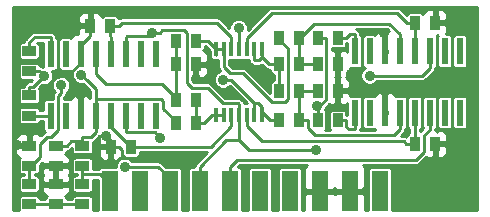
<source format=gtl>
%FSLAX46Y46*%
G04 Gerber Fmt 4.6, Leading zero omitted, Abs format (unit mm)*
G04 Created by KiCad (PCBNEW (2014-09-02 BZR 5112)-product) date 2014-11-08 5:57:07 PM*
%MOMM*%
G01*
G04 APERTURE LIST*
%ADD10C,0.150000*%
%ADD11R,0.299720X1.300480*%
%ADD12R,0.599440X2.199640*%
%ADD13R,1.143000X0.812800*%
%ADD14R,0.812800X1.143000*%
%ADD15R,1.350000X3.500000*%
%ADD16C,0.889000*%
%ADD17C,0.254000*%
G04 APERTURE END LIST*
D10*
D11*
X115569600Y-92544000D03*
X116204600Y-92544000D03*
X116865000Y-92544000D03*
X117500000Y-92544000D03*
X118160400Y-92544000D03*
X118808100Y-92544000D03*
X119455800Y-92544000D03*
X119455800Y-86956000D03*
X118808100Y-86956000D03*
X118160400Y-86956000D03*
X117500000Y-86956000D03*
X116852300Y-86956000D03*
X116204600Y-86956000D03*
X115556900Y-86956000D03*
D12*
X101555000Y-92598420D03*
X102825000Y-92598420D03*
X104095000Y-92598420D03*
X105365000Y-92598420D03*
X106635000Y-92598420D03*
X107905000Y-92598420D03*
X109175000Y-92598420D03*
X110445000Y-92598420D03*
X110445000Y-87401580D03*
X109175000Y-87401580D03*
X107905000Y-87401580D03*
X106635000Y-87401580D03*
X105365000Y-87401580D03*
X104095000Y-87401580D03*
X102825000Y-87401580D03*
X101555000Y-87401580D03*
X127305000Y-92348420D03*
X128575000Y-92348420D03*
X129845000Y-92348420D03*
X131115000Y-92348420D03*
X132385000Y-92348420D03*
X133655000Y-92348420D03*
X134925000Y-92348420D03*
X136195000Y-92348420D03*
X136195000Y-87151580D03*
X134925000Y-87151580D03*
X133655000Y-87151580D03*
X132385000Y-87151580D03*
X131115000Y-87151580D03*
X129845000Y-87151580D03*
X128575000Y-87151580D03*
X127305000Y-87151580D03*
D13*
X99750000Y-96850900D03*
X99750000Y-95149100D03*
D14*
X120899100Y-93000000D03*
X122600900Y-93000000D03*
D13*
X99750000Y-100100900D03*
X99750000Y-98399100D03*
X102000000Y-98399100D03*
X102000000Y-100100900D03*
X104250000Y-96850900D03*
X104250000Y-95149100D03*
D14*
X125850900Y-93000000D03*
X124149100Y-93000000D03*
D13*
X102000000Y-96850900D03*
X102000000Y-95149100D03*
X104250000Y-98399100D03*
X104250000Y-100100900D03*
D14*
X108350900Y-95250000D03*
X106649100Y-95250000D03*
X113850900Y-93250000D03*
X112149100Y-93250000D03*
D13*
X99750000Y-92600900D03*
X99750000Y-90899100D03*
D14*
X112149100Y-91250000D03*
X113850900Y-91250000D03*
X113850900Y-88250000D03*
X112149100Y-88250000D03*
X106600900Y-85000000D03*
X104899100Y-85000000D03*
X113850900Y-86250000D03*
X112149100Y-86250000D03*
D13*
X99750000Y-87149100D03*
X99750000Y-88850900D03*
D14*
X122600900Y-86000000D03*
X120899100Y-86000000D03*
X125850900Y-88250000D03*
X124149100Y-88250000D03*
X132399100Y-84750000D03*
X134100900Y-84750000D03*
X120899100Y-88250000D03*
X122600900Y-88250000D03*
X125850900Y-86000000D03*
X124149100Y-86000000D03*
X122600900Y-90500000D03*
X120899100Y-90500000D03*
X125850900Y-90500000D03*
X124149100Y-90500000D03*
X132399100Y-95000000D03*
X134100900Y-95000000D03*
D15*
X106570000Y-99000000D03*
X109110000Y-99000000D03*
X111650000Y-99000000D03*
X114190000Y-99000000D03*
X116730000Y-99000000D03*
X119270000Y-99000000D03*
X121810000Y-99000000D03*
X124350000Y-99000000D03*
X126890000Y-99000000D03*
X129430000Y-99000000D03*
D16*
X124030000Y-95557300D03*
X128553500Y-89215700D03*
X110156500Y-85586500D03*
X110851400Y-94471500D03*
X117461800Y-85173100D03*
X106250000Y-94345942D03*
X115328574Y-88277281D03*
X113900000Y-89469202D03*
X117137779Y-88253952D03*
X98706800Y-95100000D03*
X119750000Y-89835900D03*
X110150000Y-96100000D03*
X126950000Y-89100000D03*
X129800000Y-85600000D03*
X100977000Y-89238500D03*
X124066400Y-91750000D03*
X107829470Y-96926421D03*
X116167031Y-89552591D03*
X104165436Y-89150664D03*
X102442610Y-90027492D03*
D17*
X114847345Y-90243903D02*
X116167001Y-91563559D01*
X113113900Y-85642538D02*
X113113900Y-89829660D01*
X113528143Y-90243903D02*
X114847345Y-90243903D01*
X113113900Y-89829660D02*
X113528143Y-90243903D01*
X112819661Y-85348299D02*
X113113900Y-85642538D01*
X110785117Y-85586500D02*
X111023318Y-85348299D01*
X110156500Y-85586500D02*
X110785117Y-85586500D01*
X116167001Y-91563559D02*
X117423799Y-91563559D01*
X117423799Y-91563559D02*
X117500000Y-91639760D01*
X117500000Y-91639760D02*
X117500000Y-92544000D01*
X111023318Y-85348299D02*
X112819661Y-85348299D01*
X117500000Y-94701600D02*
X117500000Y-93524700D01*
X114190000Y-96919500D02*
X116407900Y-94701600D01*
X116407900Y-94701600D02*
X117500000Y-94701600D01*
X117500000Y-94701600D02*
X118355700Y-95557300D01*
X118355700Y-95557300D02*
X124030000Y-95557300D01*
X133655000Y-88581900D02*
X133021200Y-89215700D01*
X133021200Y-89215700D02*
X128553500Y-89215700D01*
X114190000Y-99000000D02*
X114190000Y-96919500D01*
X117500000Y-92544000D02*
X117500000Y-93524700D01*
X133655000Y-87151600D02*
X133655000Y-88581900D01*
X107905000Y-85971300D02*
X108028400Y-85847900D01*
X108028400Y-85847900D02*
X110156500Y-85847900D01*
X110156500Y-85847900D02*
X110156500Y-85586500D01*
X107905000Y-87401600D02*
X107905000Y-85971300D01*
X107905000Y-92598400D02*
X107905000Y-94028700D01*
X110851400Y-94471500D02*
X110408600Y-94028700D01*
X110408600Y-94028700D02*
X107905000Y-94028700D01*
X133655000Y-93778700D02*
X133136100Y-94297600D01*
X133136100Y-94297600D02*
X133136100Y-95711300D01*
X133136100Y-95711300D02*
X132515100Y-96332300D01*
X132515100Y-96332300D02*
X117317200Y-96332300D01*
X117317200Y-96332300D02*
X116730000Y-96919500D01*
X117461800Y-85173100D02*
X117500000Y-85211300D01*
X117500000Y-85211300D02*
X117500000Y-86956000D01*
X133655000Y-92348400D02*
X133655000Y-93778700D01*
X116730000Y-99000000D02*
X116730000Y-96919500D01*
X106649100Y-95250000D02*
X106649100Y-94745042D01*
X106649100Y-94745042D02*
X106250000Y-94345942D01*
X107457613Y-96151720D02*
X107179667Y-96429666D01*
X107614299Y-96085661D02*
X107614299Y-96135701D01*
X107614299Y-96135701D02*
X107598280Y-96151720D01*
X107598280Y-96151720D02*
X107457613Y-96151720D01*
X103217311Y-89655635D02*
X103200000Y-89638324D01*
X103200000Y-89638324D02*
X103200000Y-89020482D01*
X103200000Y-89020482D02*
X104095000Y-88125482D01*
X103217311Y-90366911D02*
X103217311Y-89655635D01*
X104095000Y-91244600D02*
X103217311Y-90366911D01*
X104095000Y-92598420D02*
X104095000Y-91244600D01*
X104899100Y-85825500D02*
X104095000Y-86629600D01*
X104899100Y-85000000D02*
X104899100Y-85825500D01*
X113850900Y-88250000D02*
X115301293Y-88250000D01*
X115301293Y-88250000D02*
X115328574Y-88277281D01*
X113850900Y-88250000D02*
X113850900Y-89420102D01*
X113850900Y-88750000D02*
X113919057Y-88681843D01*
X113850900Y-89420102D02*
X113900000Y-89469202D01*
X98706800Y-95100000D02*
X98400000Y-95100000D01*
X98400000Y-95100000D02*
X98400000Y-83400000D01*
X98400000Y-83400000D02*
X137600000Y-83400000D01*
X137600000Y-83400000D02*
X137600000Y-100600000D01*
X137600000Y-100600000D02*
X130500000Y-100600000D01*
X130500000Y-100600000D02*
X130500000Y-97050600D01*
X130500000Y-97050600D02*
X130369000Y-96919800D01*
X130369000Y-96919800D02*
X128491000Y-96919800D01*
X128491000Y-96919800D02*
X128425000Y-96985800D01*
X128425000Y-96985800D02*
X128425000Y-98394200D01*
X128425000Y-98394200D02*
X127819000Y-99000000D01*
X127819000Y-99000000D02*
X126890000Y-99000000D01*
X99750000Y-95149100D02*
X98755900Y-95149100D01*
X98755900Y-95149100D02*
X98706800Y-95100000D01*
X104095000Y-86629600D02*
X104095000Y-87401580D01*
X104095000Y-88125482D02*
X104095000Y-87401580D01*
X107680339Y-96151701D02*
X110098299Y-96151701D01*
X107614299Y-96085661D02*
X107680339Y-96151701D01*
X107614299Y-95554799D02*
X107614299Y-96085661D01*
X107309500Y-95250000D02*
X107614299Y-95554799D01*
X106649100Y-95250000D02*
X107309500Y-95250000D01*
X110098299Y-96151701D02*
X110150000Y-96100000D01*
X129845000Y-87151580D02*
X129845000Y-85645000D01*
X129845000Y-85645000D02*
X129800000Y-85600000D01*
X124149100Y-86000000D02*
X124886000Y-86000000D01*
X124149100Y-91750300D02*
X124066700Y-91750300D01*
X124066700Y-91750300D02*
X124066400Y-91750000D01*
X124149100Y-93000000D02*
X124149100Y-91750300D01*
X124886000Y-86000000D02*
X124886000Y-91232100D01*
X124886000Y-91232100D02*
X124367800Y-91750300D01*
X124367800Y-91750300D02*
X124149100Y-91750300D01*
X99750000Y-90899100D02*
X99750000Y-90162200D01*
X100977000Y-89238500D02*
X100053300Y-90162200D01*
X100053300Y-90162200D02*
X99750000Y-90162200D01*
X100977000Y-89238500D02*
X100652000Y-88913500D01*
X100652000Y-88913500D02*
X100652000Y-88850900D01*
X99750000Y-88850900D02*
X100652000Y-88850900D01*
X110644500Y-96919500D02*
X107836391Y-96919500D01*
X111650000Y-99000000D02*
X111650000Y-97925000D01*
X111650000Y-97925000D02*
X110644500Y-96919500D01*
X107836391Y-96919500D02*
X107829470Y-96926421D01*
X104250000Y-97587800D02*
X104250000Y-97662200D01*
X106570000Y-98388800D02*
X105769000Y-97587800D01*
X105769000Y-97587800D02*
X104250000Y-97587800D01*
X104250000Y-96850900D02*
X104250000Y-97587800D01*
X106570000Y-99000000D02*
X106570000Y-98388800D01*
X104250000Y-98399100D02*
X104250000Y-97662200D01*
X116795648Y-89552591D02*
X116167031Y-89552591D01*
X116797391Y-89552591D02*
X116795648Y-89552591D01*
X118808100Y-91563300D02*
X116797391Y-89552591D01*
X119455800Y-92316400D02*
X119455800Y-91887100D01*
X119455800Y-91887100D02*
X119132000Y-91563300D01*
X119132000Y-91563300D02*
X118808100Y-91563300D01*
X119455800Y-92316400D02*
X119478600Y-92316400D01*
X119478600Y-92316400D02*
X120162200Y-93000000D01*
X118808100Y-92544000D02*
X118808100Y-91563300D01*
X119455800Y-92544000D02*
X119455800Y-92316400D01*
X120899100Y-93000000D02*
X120162200Y-93000000D01*
X116865000Y-93524700D02*
X115139700Y-95250000D01*
X115139700Y-95250000D02*
X108350900Y-95250000D01*
X116865000Y-92544000D02*
X116865000Y-93524700D01*
X106635000Y-93534100D02*
X106635000Y-92598400D01*
X108350900Y-95250000D02*
X106635000Y-93534100D01*
X106600900Y-85000000D02*
X107337800Y-85000000D01*
X116852300Y-86956000D02*
X116852300Y-85975300D01*
X116852300Y-85975300D02*
X115629600Y-84752600D01*
X115629600Y-84752600D02*
X107585200Y-84752600D01*
X107585200Y-84752600D02*
X107337800Y-85000000D01*
X106600900Y-85000000D02*
X106600900Y-85902000D01*
X106600900Y-85902000D02*
X106635000Y-85936100D01*
X106635000Y-85936100D02*
X106635000Y-87401600D01*
X132399100Y-84783100D02*
X132399100Y-84750000D01*
X132399100Y-84783100D02*
X132399100Y-85652000D01*
X132399100Y-85652000D02*
X132385000Y-85666100D01*
X132385000Y-85666100D02*
X132385000Y-87151600D01*
X118160400Y-86051760D02*
X118160400Y-86956000D01*
X132399100Y-84750000D02*
X131738700Y-84750000D01*
X120287660Y-83924500D02*
X118160400Y-86051760D01*
X131738700Y-84750000D02*
X130913200Y-83924500D01*
X130913200Y-83924500D02*
X120287660Y-83924500D01*
X132399100Y-95000000D02*
X131662200Y-95000000D01*
X131662200Y-95000000D02*
X131444500Y-94782300D01*
X131444500Y-94782300D02*
X119418000Y-94782300D01*
X119418000Y-94782300D02*
X118160400Y-93524700D01*
X118160400Y-92544000D02*
X118160400Y-93524700D01*
X132399100Y-94984400D02*
X132399100Y-95000000D01*
X132399100Y-94984400D02*
X132399100Y-94098000D01*
X132385000Y-93778700D02*
X132385000Y-94083900D01*
X132385000Y-94083900D02*
X132399100Y-94098000D01*
X132385000Y-92348400D02*
X132385000Y-93778700D01*
X104609935Y-89595163D02*
X104165436Y-89150664D01*
X105365000Y-90350228D02*
X104609935Y-89595163D01*
X105365000Y-91168100D02*
X105365000Y-90350228D01*
X110884100Y-91168100D02*
X111074921Y-91358921D01*
X111074921Y-91358921D02*
X111074921Y-92010721D01*
X111074921Y-92010721D02*
X112149100Y-93084900D01*
X112149100Y-93084900D02*
X112149100Y-93250000D01*
X110884100Y-91168100D02*
X105365000Y-91168100D01*
X102000000Y-95149100D02*
X102902000Y-95149100D01*
X104250000Y-94780600D02*
X103270500Y-94780600D01*
X103270500Y-94780600D02*
X102902000Y-95149100D01*
X104250000Y-94780600D02*
X104250000Y-94412200D01*
X104250000Y-95149100D02*
X104250000Y-94780600D01*
X104250000Y-94412200D02*
X104981500Y-94412200D01*
X104981500Y-94412200D02*
X105365000Y-94028700D01*
X105365000Y-92598400D02*
X105365000Y-94028700D01*
X105365000Y-92598400D02*
X105365000Y-91168100D01*
X115250000Y-92511300D02*
X115536900Y-92511300D01*
X115536900Y-92511300D02*
X115569600Y-92544000D01*
X113850900Y-93250000D02*
X114511300Y-93250000D01*
X114511300Y-93250000D02*
X115250000Y-92511300D01*
X113850900Y-91250000D02*
X113850900Y-93250000D01*
X116204600Y-92544000D02*
X115569600Y-92544000D01*
X115569600Y-92544000D02*
X115569600Y-92053600D01*
X99750000Y-92600900D02*
X101552500Y-92600900D01*
X101552500Y-92600900D02*
X101555000Y-92598400D01*
X112149100Y-91250000D02*
X112149100Y-91084900D01*
X112149100Y-91084900D02*
X111018100Y-89953900D01*
X111018100Y-89953900D02*
X106208700Y-89953900D01*
X112149100Y-88250000D02*
X112149100Y-86250000D01*
X112149100Y-91250000D02*
X112149100Y-90424500D01*
X112149100Y-90424500D02*
X112149100Y-88250000D01*
X105365000Y-89110200D02*
X105365000Y-87401600D01*
X106208700Y-89953900D02*
X105365000Y-89110200D01*
X113850900Y-86250000D02*
X114850900Y-86250000D01*
X114850900Y-86250000D02*
X115556900Y-86956000D01*
X116204600Y-88467331D02*
X116765922Y-89028653D01*
X120266900Y-91448800D02*
X121398000Y-91448800D01*
X121636000Y-86902000D02*
X120899100Y-86165100D01*
X121398000Y-91448800D02*
X121636000Y-91210800D01*
X117846753Y-89028653D02*
X120266900Y-91448800D01*
X121636000Y-91210800D02*
X121636000Y-86902000D01*
X116765922Y-89028653D02*
X117846753Y-89028653D01*
X116204600Y-86956000D02*
X116204600Y-88467331D01*
X120899100Y-86165100D02*
X120899100Y-86000000D01*
X115556900Y-86956000D02*
X115556900Y-87456380D01*
X115557000Y-86956000D02*
X115556900Y-86956000D01*
X115557000Y-86956000D02*
X116204600Y-86956000D01*
X116204600Y-86956000D02*
X116205000Y-86956000D01*
X99750000Y-87149100D02*
X99750000Y-86412200D01*
X101555000Y-87401600D02*
X101555000Y-85971300D01*
X99750000Y-86412200D02*
X100190900Y-85971300D01*
X100190900Y-85971300D02*
X101555000Y-85971300D01*
X122600900Y-86260200D02*
X122600900Y-86000000D01*
X122600900Y-88250000D02*
X122600900Y-86260200D01*
X122600900Y-88250000D02*
X123412200Y-88250000D01*
X124149100Y-88250000D02*
X123412200Y-88250000D01*
X122600900Y-86260200D02*
X122600900Y-86102900D01*
X122600900Y-86102900D02*
X123878501Y-84825299D01*
X123878501Y-84825299D02*
X130218999Y-84825299D01*
X131115000Y-85721300D02*
X131115000Y-87151600D01*
X130218999Y-84825299D02*
X131115000Y-85721300D01*
X120899100Y-90500000D02*
X120899100Y-88250000D01*
X120899100Y-88250000D02*
X120056500Y-88250000D01*
X120056500Y-88250000D02*
X119455800Y-87649300D01*
X119455800Y-87649300D02*
X119168400Y-87936700D01*
X119168400Y-87936700D02*
X118808100Y-87936700D01*
X119455800Y-87446300D02*
X119455800Y-87649300D01*
X118808100Y-86956000D02*
X118808100Y-87936700D01*
X119455800Y-86956000D02*
X119455800Y-87446300D01*
X127305000Y-87151600D02*
X127305000Y-85721300D01*
X125850900Y-86000000D02*
X126587800Y-86000000D01*
X126587800Y-86000000D02*
X126866500Y-85721300D01*
X126866500Y-85721300D02*
X127305000Y-85721300D01*
X131115000Y-93778700D02*
X130641900Y-94251800D01*
X130641900Y-94251800D02*
X123944800Y-94251800D01*
X123944800Y-94251800D02*
X123337800Y-93644800D01*
X123337800Y-93644800D02*
X123337800Y-93000000D01*
X122600900Y-90500000D02*
X122600900Y-92098000D01*
X122600900Y-93000000D02*
X122600900Y-92098000D01*
X122600900Y-90500000D02*
X124149100Y-90500000D01*
X122600900Y-93000000D02*
X123337800Y-93000000D01*
X131115000Y-92348400D02*
X131115000Y-93778700D01*
X125850900Y-93000000D02*
X126587800Y-93000000D01*
X127305000Y-92348400D02*
X127305000Y-93778700D01*
X126587800Y-93000000D02*
X126587800Y-93568100D01*
X126587800Y-93568100D02*
X126798400Y-93778700D01*
X126798400Y-93778700D02*
X127305000Y-93778700D01*
X102000000Y-100100900D02*
X99750000Y-100100900D01*
X104250000Y-100100900D02*
X102000000Y-100100900D01*
X99750000Y-98399100D02*
X99750000Y-96850900D01*
X102185300Y-90913419D02*
X102442610Y-90656109D01*
X99915100Y-96850900D02*
X100652100Y-96113900D01*
X101268000Y-94412100D02*
X101612100Y-94412100D01*
X100652100Y-96113900D02*
X100652100Y-95028000D01*
X99750000Y-96850900D02*
X99915100Y-96850900D01*
X100652100Y-95028000D02*
X101268000Y-94412100D01*
X101612100Y-94412100D02*
X102185300Y-93838900D01*
X102185300Y-93838900D02*
X102185300Y-90913419D01*
X102442610Y-90656109D02*
X102442610Y-90027492D01*
G36*
X104242000Y-87528580D02*
X104222000Y-87528580D01*
X104222000Y-87548580D01*
X103968000Y-87548580D01*
X103968000Y-87528580D01*
X103948000Y-87528580D01*
X103948000Y-87274580D01*
X103968000Y-87274580D01*
X103968000Y-87254580D01*
X104222000Y-87254580D01*
X104222000Y-87274580D01*
X104242000Y-87274580D01*
X104242000Y-87528580D01*
X104242000Y-87528580D01*
G37*
X104242000Y-87528580D02*
X104222000Y-87528580D01*
X104222000Y-87548580D01*
X103968000Y-87548580D01*
X103968000Y-87528580D01*
X103948000Y-87528580D01*
X103948000Y-87274580D01*
X103968000Y-87274580D01*
X103968000Y-87254580D01*
X104222000Y-87254580D01*
X104222000Y-87274580D01*
X104242000Y-87274580D01*
X104242000Y-87528580D01*
G36*
X114755722Y-95707200D02*
X113866711Y-96596211D01*
X113767602Y-96744537D01*
X113732800Y-96919500D01*
X113732800Y-96919800D01*
X113449319Y-96919800D01*
X113327957Y-96970070D01*
X113235070Y-97062957D01*
X113184800Y-97184319D01*
X113184800Y-97315681D01*
X113184800Y-100619800D01*
X112655200Y-100619800D01*
X112655200Y-97184319D01*
X112604930Y-97062957D01*
X112512043Y-96970070D01*
X112390681Y-96919800D01*
X112259319Y-96919800D01*
X111291378Y-96919800D01*
X110967789Y-96596211D01*
X110819463Y-96497102D01*
X110644500Y-96462300D01*
X108460794Y-96462300D01*
X108268875Y-96270045D01*
X107984243Y-96151856D01*
X107676049Y-96151587D01*
X107586394Y-96188631D01*
X107593827Y-96181199D01*
X107665116Y-96009089D01*
X107757457Y-96101430D01*
X107878819Y-96151700D01*
X108010181Y-96151700D01*
X108822981Y-96151700D01*
X108944343Y-96101430D01*
X109037230Y-96008543D01*
X109087500Y-95887181D01*
X109087500Y-95755819D01*
X109087500Y-95707200D01*
X114755722Y-95707200D01*
X114755722Y-95707200D01*
G37*
X114755722Y-95707200D02*
X113866711Y-96596211D01*
X113767602Y-96744537D01*
X113732800Y-96919500D01*
X113732800Y-96919800D01*
X113449319Y-96919800D01*
X113327957Y-96970070D01*
X113235070Y-97062957D01*
X113184800Y-97184319D01*
X113184800Y-97315681D01*
X113184800Y-100619800D01*
X112655200Y-100619800D01*
X112655200Y-97184319D01*
X112604930Y-97062957D01*
X112512043Y-96970070D01*
X112390681Y-96919800D01*
X112259319Y-96919800D01*
X111291378Y-96919800D01*
X110967789Y-96596211D01*
X110819463Y-96497102D01*
X110644500Y-96462300D01*
X108460794Y-96462300D01*
X108268875Y-96270045D01*
X107984243Y-96151856D01*
X107676049Y-96151587D01*
X107586394Y-96188631D01*
X107593827Y-96181199D01*
X107665116Y-96009089D01*
X107757457Y-96101430D01*
X107878819Y-96151700D01*
X108010181Y-96151700D01*
X108822981Y-96151700D01*
X108944343Y-96101430D01*
X109037230Y-96008543D01*
X109087500Y-95887181D01*
X109087500Y-95755819D01*
X109087500Y-95707200D01*
X114755722Y-95707200D01*
G36*
X118161782Y-91563560D02*
X117944859Y-91563560D01*
X117942257Y-91564637D01*
X117922398Y-91464797D01*
X117823289Y-91316471D01*
X117823289Y-91316470D01*
X117747088Y-91240270D01*
X117598762Y-91141161D01*
X117423799Y-91106359D01*
X116356379Y-91106359D01*
X115170634Y-89920614D01*
X115022308Y-89821505D01*
X114892300Y-89795645D01*
X114892300Y-88947810D01*
X114892300Y-88695191D01*
X114892300Y-88535750D01*
X114733550Y-88377000D01*
X113977900Y-88377000D01*
X113977900Y-89297750D01*
X114136650Y-89456500D01*
X114383609Y-89456500D01*
X114616998Y-89359827D01*
X114795627Y-89181199D01*
X114892300Y-88947810D01*
X114892300Y-89795645D01*
X114847345Y-89786703D01*
X113717521Y-89786703D01*
X113571100Y-89640282D01*
X113571100Y-89450550D01*
X113723900Y-89297750D01*
X113723900Y-88377000D01*
X113703900Y-88377000D01*
X113703900Y-88123000D01*
X113723900Y-88123000D01*
X113723900Y-88103000D01*
X113977900Y-88103000D01*
X113977900Y-88123000D01*
X114733550Y-88123000D01*
X114892300Y-87964250D01*
X114892300Y-87804809D01*
X114892300Y-87552190D01*
X114795627Y-87318801D01*
X114616998Y-87140173D01*
X114467517Y-87078255D01*
X114537230Y-87008543D01*
X114587500Y-86887181D01*
X114587500Y-86755819D01*
X114587500Y-86707200D01*
X114661522Y-86707200D01*
X115076840Y-87122518D01*
X115076840Y-87671921D01*
X115127110Y-87793283D01*
X115219997Y-87886170D01*
X115341359Y-87936440D01*
X115472721Y-87936440D01*
X115747400Y-87936440D01*
X115747400Y-88467331D01*
X115782202Y-88642294D01*
X115881311Y-88790620D01*
X115910890Y-88820199D01*
X115728772Y-88895450D01*
X115510655Y-89113186D01*
X115392466Y-89397818D01*
X115392197Y-89706012D01*
X115509890Y-89990850D01*
X115727626Y-90208967D01*
X116012258Y-90327156D01*
X116320452Y-90327425D01*
X116605290Y-90209732D01*
X116706710Y-90108488D01*
X118161782Y-91563560D01*
X118161782Y-91563560D01*
G37*
X118161782Y-91563560D02*
X117944859Y-91563560D01*
X117942257Y-91564637D01*
X117922398Y-91464797D01*
X117823289Y-91316471D01*
X117823289Y-91316470D01*
X117747088Y-91240270D01*
X117598762Y-91141161D01*
X117423799Y-91106359D01*
X116356379Y-91106359D01*
X115170634Y-89920614D01*
X115022308Y-89821505D01*
X114892300Y-89795645D01*
X114892300Y-88947810D01*
X114892300Y-88695191D01*
X114892300Y-88535750D01*
X114733550Y-88377000D01*
X113977900Y-88377000D01*
X113977900Y-89297750D01*
X114136650Y-89456500D01*
X114383609Y-89456500D01*
X114616998Y-89359827D01*
X114795627Y-89181199D01*
X114892300Y-88947810D01*
X114892300Y-89795645D01*
X114847345Y-89786703D01*
X113717521Y-89786703D01*
X113571100Y-89640282D01*
X113571100Y-89450550D01*
X113723900Y-89297750D01*
X113723900Y-88377000D01*
X113703900Y-88377000D01*
X113703900Y-88123000D01*
X113723900Y-88123000D01*
X113723900Y-88103000D01*
X113977900Y-88103000D01*
X113977900Y-88123000D01*
X114733550Y-88123000D01*
X114892300Y-87964250D01*
X114892300Y-87804809D01*
X114892300Y-87552190D01*
X114795627Y-87318801D01*
X114616998Y-87140173D01*
X114467517Y-87078255D01*
X114537230Y-87008543D01*
X114587500Y-86887181D01*
X114587500Y-86755819D01*
X114587500Y-86707200D01*
X114661522Y-86707200D01*
X115076840Y-87122518D01*
X115076840Y-87671921D01*
X115127110Y-87793283D01*
X115219997Y-87886170D01*
X115341359Y-87936440D01*
X115472721Y-87936440D01*
X115747400Y-87936440D01*
X115747400Y-88467331D01*
X115782202Y-88642294D01*
X115881311Y-88790620D01*
X115910890Y-88820199D01*
X115728772Y-88895450D01*
X115510655Y-89113186D01*
X115392466Y-89397818D01*
X115392197Y-89706012D01*
X115509890Y-89990850D01*
X115727626Y-90208967D01*
X116012258Y-90327156D01*
X116320452Y-90327425D01*
X116605290Y-90209732D01*
X116706710Y-90108488D01*
X118161782Y-91563560D01*
G36*
X120441900Y-89598300D02*
X120427019Y-89598300D01*
X120305657Y-89648570D01*
X120212770Y-89741457D01*
X120162500Y-89862819D01*
X120162500Y-89994181D01*
X120162500Y-90697822D01*
X118170042Y-88705364D01*
X118021716Y-88606255D01*
X117846753Y-88571453D01*
X116955300Y-88571453D01*
X116661800Y-88277953D01*
X116661800Y-87936440D01*
X116768121Y-87936440D01*
X117067841Y-87936440D01*
X117176150Y-87891576D01*
X117284459Y-87936440D01*
X117415821Y-87936440D01*
X117715541Y-87936440D01*
X117830200Y-87888946D01*
X117944859Y-87936440D01*
X118076221Y-87936440D01*
X118350900Y-87936440D01*
X118350900Y-87936700D01*
X118385702Y-88111663D01*
X118484811Y-88259989D01*
X118633137Y-88359098D01*
X118808100Y-88393900D01*
X119168400Y-88393900D01*
X119343363Y-88359098D01*
X119448661Y-88288739D01*
X119733211Y-88573289D01*
X119881537Y-88672398D01*
X120056500Y-88707200D01*
X120162500Y-88707200D01*
X120162500Y-88887181D01*
X120212770Y-89008543D01*
X120305657Y-89101430D01*
X120427019Y-89151700D01*
X120441900Y-89151700D01*
X120441900Y-89598300D01*
X120441900Y-89598300D01*
G37*
X120441900Y-89598300D02*
X120427019Y-89598300D01*
X120305657Y-89648570D01*
X120212770Y-89741457D01*
X120162500Y-89862819D01*
X120162500Y-89994181D01*
X120162500Y-90697822D01*
X118170042Y-88705364D01*
X118021716Y-88606255D01*
X117846753Y-88571453D01*
X116955300Y-88571453D01*
X116661800Y-88277953D01*
X116661800Y-87936440D01*
X116768121Y-87936440D01*
X117067841Y-87936440D01*
X117176150Y-87891576D01*
X117284459Y-87936440D01*
X117415821Y-87936440D01*
X117715541Y-87936440D01*
X117830200Y-87888946D01*
X117944859Y-87936440D01*
X118076221Y-87936440D01*
X118350900Y-87936440D01*
X118350900Y-87936700D01*
X118385702Y-88111663D01*
X118484811Y-88259989D01*
X118633137Y-88359098D01*
X118808100Y-88393900D01*
X119168400Y-88393900D01*
X119343363Y-88359098D01*
X119448661Y-88288739D01*
X119733211Y-88573289D01*
X119881537Y-88672398D01*
X120056500Y-88707200D01*
X120162500Y-88707200D01*
X120162500Y-88887181D01*
X120212770Y-89008543D01*
X120305657Y-89101430D01*
X120427019Y-89151700D01*
X120441900Y-89151700D01*
X120441900Y-89598300D01*
G36*
X137619800Y-100619800D02*
X136824920Y-100619800D01*
X136824920Y-93513921D01*
X136824920Y-93382559D01*
X136824920Y-91182919D01*
X136824920Y-88317081D01*
X136824920Y-88185719D01*
X136824920Y-85986079D01*
X136774650Y-85864717D01*
X136681763Y-85771830D01*
X136560401Y-85721560D01*
X136429039Y-85721560D01*
X135829599Y-85721560D01*
X135708237Y-85771830D01*
X135615350Y-85864717D01*
X135565080Y-85986079D01*
X135565080Y-86117441D01*
X135565080Y-88317081D01*
X135615350Y-88438443D01*
X135708237Y-88531330D01*
X135829599Y-88581600D01*
X135960961Y-88581600D01*
X136560401Y-88581600D01*
X136681763Y-88531330D01*
X136774650Y-88438443D01*
X136824920Y-88317081D01*
X136824920Y-91182919D01*
X136774650Y-91061557D01*
X136681763Y-90968670D01*
X136560401Y-90918400D01*
X136429039Y-90918400D01*
X135829599Y-90918400D01*
X135708237Y-90968670D01*
X135615350Y-91061557D01*
X135565080Y-91182919D01*
X135565080Y-91314281D01*
X135565080Y-93513921D01*
X135615350Y-93635283D01*
X135708237Y-93728170D01*
X135829599Y-93778440D01*
X135960961Y-93778440D01*
X136560401Y-93778440D01*
X136681763Y-93728170D01*
X136774650Y-93635283D01*
X136824920Y-93513921D01*
X136824920Y-100619800D01*
X135554920Y-100619800D01*
X135554920Y-93513921D01*
X135554920Y-93382559D01*
X135554920Y-91182919D01*
X135504650Y-91061557D01*
X135411763Y-90968670D01*
X135290401Y-90918400D01*
X135159039Y-90918400D01*
X134559599Y-90918400D01*
X134438237Y-90968670D01*
X134345350Y-91061557D01*
X134295080Y-91182919D01*
X134295080Y-91314281D01*
X134295080Y-93513921D01*
X134345350Y-93635283D01*
X134438237Y-93728170D01*
X134559599Y-93778440D01*
X134690961Y-93778440D01*
X135290401Y-93778440D01*
X135411763Y-93728170D01*
X135504650Y-93635283D01*
X135554920Y-93513921D01*
X135554920Y-100619800D01*
X135142300Y-100619800D01*
X135142300Y-95697810D01*
X135142300Y-95445191D01*
X135142300Y-95285750D01*
X134983550Y-95127000D01*
X134227900Y-95127000D01*
X134227900Y-96047750D01*
X134386650Y-96206500D01*
X134633609Y-96206500D01*
X134866998Y-96109827D01*
X135045627Y-95931199D01*
X135142300Y-95697810D01*
X135142300Y-100619800D01*
X130435200Y-100619800D01*
X130435200Y-97184319D01*
X130384930Y-97062957D01*
X130292043Y-96970070D01*
X130170681Y-96919800D01*
X130039319Y-96919800D01*
X128689319Y-96919800D01*
X128567957Y-96970070D01*
X128475070Y-97062957D01*
X128424800Y-97184319D01*
X128424800Y-97315681D01*
X128424800Y-100619800D01*
X128200000Y-100619800D01*
X128200000Y-99285750D01*
X128041250Y-99127000D01*
X127017000Y-99127000D01*
X127017000Y-99147000D01*
X126763000Y-99147000D01*
X126763000Y-99127000D01*
X125738750Y-99127000D01*
X125620000Y-99245750D01*
X125501250Y-99127000D01*
X124477000Y-99127000D01*
X124477000Y-99147000D01*
X124223000Y-99147000D01*
X124223000Y-99127000D01*
X123198750Y-99127000D01*
X123040000Y-99285750D01*
X123040000Y-100619800D01*
X122815200Y-100619800D01*
X122815200Y-97184319D01*
X122764930Y-97062957D01*
X122672043Y-96970070D01*
X122550681Y-96919800D01*
X122419319Y-96919800D01*
X121069319Y-96919800D01*
X120947957Y-96970070D01*
X120855070Y-97062957D01*
X120804800Y-97184319D01*
X120804800Y-97315681D01*
X120804800Y-100619800D01*
X120275200Y-100619800D01*
X120275200Y-97184319D01*
X120224930Y-97062957D01*
X120132043Y-96970070D01*
X120010681Y-96919800D01*
X119879319Y-96919800D01*
X118529319Y-96919800D01*
X118407957Y-96970070D01*
X118315070Y-97062957D01*
X118264800Y-97184319D01*
X118264800Y-97315681D01*
X118264800Y-100619800D01*
X117735200Y-100619800D01*
X117735200Y-97184319D01*
X117684930Y-97062957D01*
X117592043Y-96970070D01*
X117470681Y-96919800D01*
X117376278Y-96919800D01*
X117506578Y-96789500D01*
X123237474Y-96789500D01*
X123136673Y-96890301D01*
X123040000Y-97123690D01*
X123040000Y-97376309D01*
X123040000Y-98714250D01*
X123198750Y-98873000D01*
X124223000Y-98873000D01*
X124223000Y-98853000D01*
X124477000Y-98853000D01*
X124477000Y-98873000D01*
X125501250Y-98873000D01*
X125620000Y-98754250D01*
X125738750Y-98873000D01*
X126763000Y-98873000D01*
X126763000Y-98853000D01*
X127017000Y-98853000D01*
X127017000Y-98873000D01*
X128041250Y-98873000D01*
X128200000Y-98714250D01*
X128200000Y-97376309D01*
X128200000Y-97123690D01*
X128103327Y-96890301D01*
X128002525Y-96789500D01*
X132515100Y-96789500D01*
X132690063Y-96754698D01*
X132838389Y-96655589D01*
X133369697Y-96124280D01*
X133568191Y-96206500D01*
X133815150Y-96206500D01*
X133973900Y-96047750D01*
X133973900Y-95127000D01*
X133953900Y-95127000D01*
X133953900Y-94873000D01*
X133973900Y-94873000D01*
X133973900Y-94853000D01*
X134227900Y-94853000D01*
X134227900Y-94873000D01*
X134983550Y-94873000D01*
X135142300Y-94714250D01*
X135142300Y-94554809D01*
X135142300Y-94302190D01*
X135045627Y-94068801D01*
X134866998Y-93890173D01*
X134633609Y-93793500D01*
X134386650Y-93793500D01*
X134227902Y-93952248D01*
X134227902Y-93793500D01*
X134109255Y-93793500D01*
X134112199Y-93778700D01*
X134112200Y-93778700D01*
X134112200Y-93740415D01*
X134141763Y-93728170D01*
X134234650Y-93635283D01*
X134284920Y-93513921D01*
X134284920Y-93382559D01*
X134284920Y-91182919D01*
X134234650Y-91061557D01*
X134141763Y-90968670D01*
X134020401Y-90918400D01*
X133889039Y-90918400D01*
X133289599Y-90918400D01*
X133168237Y-90968670D01*
X133075350Y-91061557D01*
X133025080Y-91182919D01*
X133025080Y-91314281D01*
X133025080Y-93513921D01*
X133075350Y-93635283D01*
X133113594Y-93673527D01*
X132842200Y-93944921D01*
X132842200Y-93778700D01*
X132842200Y-93740415D01*
X132871763Y-93728170D01*
X132964650Y-93635283D01*
X133014920Y-93513921D01*
X133014920Y-93382559D01*
X133014920Y-91182919D01*
X132964650Y-91061557D01*
X132871763Y-90968670D01*
X132750401Y-90918400D01*
X132619039Y-90918400D01*
X132019599Y-90918400D01*
X131898237Y-90968670D01*
X131805350Y-91061557D01*
X131755080Y-91182919D01*
X131755080Y-91314281D01*
X131755080Y-93513921D01*
X131805350Y-93635283D01*
X131898237Y-93728170D01*
X131927800Y-93740415D01*
X131927800Y-93778700D01*
X131927800Y-94083900D01*
X131930664Y-94098300D01*
X131927019Y-94098300D01*
X131805657Y-94148570D01*
X131712770Y-94241457D01*
X131662500Y-94362819D01*
X131662500Y-94388658D01*
X131619463Y-94359902D01*
X131444500Y-94325100D01*
X131215178Y-94325100D01*
X131438289Y-94101990D01*
X131438289Y-94101989D01*
X131537398Y-93953663D01*
X131572199Y-93778700D01*
X131572200Y-93778700D01*
X131572200Y-93740415D01*
X131601763Y-93728170D01*
X131694650Y-93635283D01*
X131744920Y-93513921D01*
X131744920Y-93382559D01*
X131744920Y-91182919D01*
X131694650Y-91061557D01*
X131601763Y-90968670D01*
X131480401Y-90918400D01*
X131349039Y-90918400D01*
X130749599Y-90918400D01*
X130703222Y-90937609D01*
X130683047Y-90888901D01*
X130504418Y-90710273D01*
X130271029Y-90613600D01*
X130130750Y-90613600D01*
X129972000Y-90772350D01*
X129972000Y-92221420D01*
X129992000Y-92221420D01*
X129992000Y-92475420D01*
X129972000Y-92475420D01*
X129972000Y-92495420D01*
X129718000Y-92495420D01*
X129718000Y-92475420D01*
X129698000Y-92475420D01*
X129698000Y-92221420D01*
X129718000Y-92221420D01*
X129718000Y-90772350D01*
X129559250Y-90613600D01*
X129418971Y-90613600D01*
X129185582Y-90710273D01*
X129006953Y-90888901D01*
X128986777Y-90937609D01*
X128940401Y-90918400D01*
X128809039Y-90918400D01*
X128209599Y-90918400D01*
X128088237Y-90968670D01*
X127995350Y-91061557D01*
X127945080Y-91182919D01*
X127945080Y-91314281D01*
X127945080Y-93513921D01*
X127995350Y-93635283D01*
X128088237Y-93728170D01*
X128209599Y-93778440D01*
X128340961Y-93778440D01*
X128940401Y-93778440D01*
X128986777Y-93759230D01*
X129001427Y-93794600D01*
X127759037Y-93794600D01*
X127762200Y-93778700D01*
X127762200Y-93740415D01*
X127791763Y-93728170D01*
X127884650Y-93635283D01*
X127934920Y-93513921D01*
X127934920Y-93382559D01*
X127934920Y-91182919D01*
X127884650Y-91061557D01*
X127791763Y-90968670D01*
X127670401Y-90918400D01*
X127539039Y-90918400D01*
X126939599Y-90918400D01*
X126892300Y-90937991D01*
X126892300Y-90785750D01*
X126733550Y-90627000D01*
X125977900Y-90627000D01*
X125977900Y-91547750D01*
X126136650Y-91706500D01*
X126383609Y-91706500D01*
X126616998Y-91609827D01*
X126675080Y-91551745D01*
X126675080Y-92560160D01*
X126587800Y-92542800D01*
X126587500Y-92542800D01*
X126587500Y-92362819D01*
X126537230Y-92241457D01*
X126444343Y-92148570D01*
X126322981Y-92098300D01*
X126191619Y-92098300D01*
X125378819Y-92098300D01*
X125257457Y-92148570D01*
X125164570Y-92241457D01*
X125114300Y-92362819D01*
X125114300Y-92494181D01*
X125114300Y-93637181D01*
X125164570Y-93758543D01*
X125200627Y-93794600D01*
X124799373Y-93794600D01*
X124835430Y-93758543D01*
X124885700Y-93637181D01*
X124885700Y-93505819D01*
X124885700Y-92362819D01*
X124835430Y-92241457D01*
X124742543Y-92148570D01*
X124740144Y-92147576D01*
X124827515Y-91937162D01*
X125134334Y-91630344D01*
X125318191Y-91706500D01*
X125565150Y-91706500D01*
X125723900Y-91547750D01*
X125723900Y-90627000D01*
X125703900Y-90627000D01*
X125703900Y-90373000D01*
X125723900Y-90373000D01*
X125723900Y-89452250D01*
X125646650Y-89375000D01*
X125723900Y-89297750D01*
X125723900Y-88377000D01*
X125703900Y-88377000D01*
X125703900Y-88123000D01*
X125723900Y-88123000D01*
X125723900Y-87202250D01*
X125565150Y-87043500D01*
X125343200Y-87043500D01*
X125343200Y-86886946D01*
X125378819Y-86901700D01*
X125510181Y-86901700D01*
X126322981Y-86901700D01*
X126444343Y-86851430D01*
X126537230Y-86758543D01*
X126587500Y-86637181D01*
X126587500Y-86505819D01*
X126587500Y-86457200D01*
X126587800Y-86457200D01*
X126675080Y-86439839D01*
X126675080Y-87198254D01*
X126616998Y-87140173D01*
X126383609Y-87043500D01*
X126136650Y-87043500D01*
X125977900Y-87202250D01*
X125977900Y-88123000D01*
X125997900Y-88123000D01*
X125997900Y-88377000D01*
X125977900Y-88377000D01*
X125977900Y-89297750D01*
X126055150Y-89375000D01*
X125977900Y-89452250D01*
X125977900Y-90373000D01*
X126733550Y-90373000D01*
X126892300Y-90214250D01*
X126892300Y-90054809D01*
X126892300Y-89802190D01*
X126795627Y-89568801D01*
X126616998Y-89390173D01*
X126580367Y-89375000D01*
X126616998Y-89359827D01*
X126795627Y-89181199D01*
X126892300Y-88947810D01*
X126892300Y-88695191D01*
X126892300Y-88562008D01*
X126939599Y-88581600D01*
X127070961Y-88581600D01*
X127670401Y-88581600D01*
X127791763Y-88531330D01*
X127884650Y-88438443D01*
X127934920Y-88317081D01*
X127934920Y-88185719D01*
X127934920Y-85986079D01*
X127884650Y-85864717D01*
X127791763Y-85771830D01*
X127762200Y-85759584D01*
X127762200Y-85721300D01*
X127727398Y-85546337D01*
X127628289Y-85398011D01*
X127479963Y-85298902D01*
X127397498Y-85282499D01*
X130029620Y-85282499D01*
X130163882Y-85416760D01*
X130130750Y-85416760D01*
X129972000Y-85575510D01*
X129972000Y-87024580D01*
X129992000Y-87024580D01*
X129992000Y-87278580D01*
X129972000Y-87278580D01*
X129972000Y-87298580D01*
X129718000Y-87298580D01*
X129718000Y-87278580D01*
X129698000Y-87278580D01*
X129698000Y-87024580D01*
X129718000Y-87024580D01*
X129718000Y-85575510D01*
X129559250Y-85416760D01*
X129418971Y-85416760D01*
X129185582Y-85513433D01*
X129006953Y-85692061D01*
X128986777Y-85740769D01*
X128940401Y-85721560D01*
X128809039Y-85721560D01*
X128209599Y-85721560D01*
X128088237Y-85771830D01*
X127995350Y-85864717D01*
X127945080Y-85986079D01*
X127945080Y-86117441D01*
X127945080Y-88317081D01*
X127995350Y-88438443D01*
X128088237Y-88531330D01*
X128134631Y-88550547D01*
X128115241Y-88558559D01*
X127897124Y-88776295D01*
X127778935Y-89060927D01*
X127778666Y-89369121D01*
X127896359Y-89653959D01*
X128114095Y-89872076D01*
X128398727Y-89990265D01*
X128706921Y-89990534D01*
X128991759Y-89872841D01*
X129192049Y-89672900D01*
X133021200Y-89672900D01*
X133196163Y-89638098D01*
X133344489Y-89538989D01*
X133978289Y-88905189D01*
X133978290Y-88905189D01*
X134077398Y-88756863D01*
X134112200Y-88581900D01*
X134112200Y-88543575D01*
X134141763Y-88531330D01*
X134234650Y-88438443D01*
X134284920Y-88317081D01*
X134284920Y-88185719D01*
X134284920Y-85986079D01*
X134234650Y-85864717D01*
X134227902Y-85857969D01*
X134227902Y-85797752D01*
X134330563Y-85900413D01*
X134295080Y-85986079D01*
X134295080Y-86117441D01*
X134295080Y-88317081D01*
X134345350Y-88438443D01*
X134438237Y-88531330D01*
X134559599Y-88581600D01*
X134690961Y-88581600D01*
X135290401Y-88581600D01*
X135411763Y-88531330D01*
X135504650Y-88438443D01*
X135554920Y-88317081D01*
X135554920Y-88185719D01*
X135554920Y-85986079D01*
X135504650Y-85864717D01*
X135411763Y-85771830D01*
X135290401Y-85721560D01*
X135159039Y-85721560D01*
X135005265Y-85721560D01*
X135045627Y-85681199D01*
X135142300Y-85447810D01*
X135142300Y-85195191D01*
X135142300Y-85035750D01*
X135142300Y-84464250D01*
X135142300Y-84304809D01*
X135142300Y-84052190D01*
X135045627Y-83818801D01*
X134866998Y-83640173D01*
X134633609Y-83543500D01*
X134386650Y-83543500D01*
X134227900Y-83702250D01*
X134227900Y-84623000D01*
X134983550Y-84623000D01*
X135142300Y-84464250D01*
X135142300Y-85035750D01*
X134983550Y-84877000D01*
X134227900Y-84877000D01*
X134227900Y-84897000D01*
X133973900Y-84897000D01*
X133973900Y-84877000D01*
X133953900Y-84877000D01*
X133953900Y-84623000D01*
X133973900Y-84623000D01*
X133973900Y-83702250D01*
X133815150Y-83543500D01*
X133568191Y-83543500D01*
X133334802Y-83640173D01*
X133156173Y-83818801D01*
X133084883Y-83990910D01*
X132992543Y-83898570D01*
X132871181Y-83848300D01*
X132739819Y-83848300D01*
X131927019Y-83848300D01*
X131805657Y-83898570D01*
X131712770Y-83991457D01*
X131687570Y-84052292D01*
X131236489Y-83601211D01*
X131088163Y-83502102D01*
X130913200Y-83467300D01*
X120287660Y-83467300D01*
X120112697Y-83502102D01*
X119964371Y-83601211D01*
X118235410Y-85330171D01*
X118236365Y-85327873D01*
X118236634Y-85019679D01*
X118118941Y-84734841D01*
X117901205Y-84516724D01*
X117616573Y-84398535D01*
X117308379Y-84398266D01*
X117023541Y-84515959D01*
X116805424Y-84733695D01*
X116687235Y-85018327D01*
X116687108Y-85163530D01*
X115952889Y-84429311D01*
X115804563Y-84330202D01*
X115629600Y-84295400D01*
X107585200Y-84295400D01*
X107410237Y-84330202D01*
X107337500Y-84378803D01*
X107337500Y-84362819D01*
X107287230Y-84241457D01*
X107194343Y-84148570D01*
X107072981Y-84098300D01*
X106941619Y-84098300D01*
X106128819Y-84098300D01*
X106007457Y-84148570D01*
X105915116Y-84240910D01*
X105843827Y-84068801D01*
X105665198Y-83890173D01*
X105431809Y-83793500D01*
X105184850Y-83793500D01*
X105026100Y-83952250D01*
X105026100Y-84873000D01*
X105046100Y-84873000D01*
X105046100Y-85127000D01*
X105026100Y-85127000D01*
X105026100Y-85147000D01*
X104772100Y-85147000D01*
X104772100Y-85127000D01*
X104772100Y-84873000D01*
X104772100Y-83952250D01*
X104613350Y-83793500D01*
X104366391Y-83793500D01*
X104133002Y-83890173D01*
X103954373Y-84068801D01*
X103857700Y-84302190D01*
X103857700Y-84554809D01*
X103857700Y-84714250D01*
X104016450Y-84873000D01*
X104772100Y-84873000D01*
X104772100Y-85127000D01*
X104016450Y-85127000D01*
X103857700Y-85285750D01*
X103857700Y-85445191D01*
X103857700Y-85697810D01*
X103870003Y-85727513D01*
X103809250Y-85666760D01*
X103668971Y-85666760D01*
X103435582Y-85763433D01*
X103256953Y-85942061D01*
X103236777Y-85990769D01*
X103190401Y-85971560D01*
X103059039Y-85971560D01*
X102459599Y-85971560D01*
X102338237Y-86021830D01*
X102245350Y-86114717D01*
X102195080Y-86236079D01*
X102195080Y-86367441D01*
X102195080Y-88567081D01*
X102245350Y-88688443D01*
X102338237Y-88781330D01*
X102459599Y-88831600D01*
X102590961Y-88831600D01*
X103190401Y-88831600D01*
X103236777Y-88812390D01*
X103256953Y-88861099D01*
X103391127Y-88995272D01*
X103390871Y-88995891D01*
X103390602Y-89304085D01*
X103508295Y-89588923D01*
X103726031Y-89807040D01*
X104010663Y-89925229D01*
X104293670Y-89925476D01*
X104907800Y-90539606D01*
X104907800Y-91113654D01*
X104754418Y-90960273D01*
X104521029Y-90863600D01*
X104380750Y-90863600D01*
X104222000Y-91022350D01*
X104222000Y-92471420D01*
X104242000Y-92471420D01*
X104242000Y-92725420D01*
X104222000Y-92725420D01*
X104222000Y-92745420D01*
X103968000Y-92745420D01*
X103968000Y-92725420D01*
X103948000Y-92725420D01*
X103948000Y-92471420D01*
X103968000Y-92471420D01*
X103968000Y-91022350D01*
X103809250Y-90863600D01*
X103668971Y-90863600D01*
X103435582Y-90960273D01*
X103256953Y-91138901D01*
X103236777Y-91187609D01*
X103190401Y-91168400D01*
X103059039Y-91168400D01*
X102642500Y-91168400D01*
X102642500Y-91102797D01*
X102765899Y-90979398D01*
X102865008Y-90831072D01*
X102897423Y-90668107D01*
X103098986Y-90466897D01*
X103217175Y-90182265D01*
X103217444Y-89874071D01*
X103099751Y-89589233D01*
X102882015Y-89371116D01*
X102597383Y-89252927D01*
X102289189Y-89252658D01*
X102184920Y-89295741D01*
X102184920Y-88567081D01*
X102184920Y-88435719D01*
X102184920Y-86236079D01*
X102134650Y-86114717D01*
X102041763Y-86021830D01*
X102012200Y-86009584D01*
X102012200Y-85971300D01*
X101977398Y-85796337D01*
X101878289Y-85648011D01*
X101729963Y-85548902D01*
X101555000Y-85514100D01*
X100190900Y-85514100D01*
X100015937Y-85548902D01*
X99867611Y-85648011D01*
X99426711Y-86088911D01*
X99327602Y-86237237D01*
X99292800Y-86412200D01*
X99292800Y-86412500D01*
X99112819Y-86412500D01*
X98991457Y-86462770D01*
X98898570Y-86555657D01*
X98848300Y-86677019D01*
X98848300Y-86808381D01*
X98848300Y-87621181D01*
X98898570Y-87742543D01*
X98991457Y-87835430D01*
X99112819Y-87885700D01*
X99244181Y-87885700D01*
X100387181Y-87885700D01*
X100508543Y-87835430D01*
X100601430Y-87742543D01*
X100651700Y-87621181D01*
X100651700Y-87489819D01*
X100651700Y-86677019D01*
X100601430Y-86555657D01*
X100508543Y-86462770D01*
X100425808Y-86428500D01*
X100925080Y-86428500D01*
X100925080Y-88463754D01*
X100879662Y-88463714D01*
X100826963Y-88428502D01*
X100652000Y-88393700D01*
X100651700Y-88393700D01*
X100651700Y-88378819D01*
X100601430Y-88257457D01*
X100508543Y-88164570D01*
X100387181Y-88114300D01*
X100255819Y-88114300D01*
X99112819Y-88114300D01*
X98991457Y-88164570D01*
X98898570Y-88257457D01*
X98848300Y-88378819D01*
X98848300Y-88510181D01*
X98848300Y-89322981D01*
X98898570Y-89444343D01*
X98991457Y-89537230D01*
X99112819Y-89587500D01*
X99244181Y-89587500D01*
X99981422Y-89587500D01*
X99863922Y-89705000D01*
X99750000Y-89705000D01*
X99575037Y-89739802D01*
X99426711Y-89838911D01*
X99327602Y-89987237D01*
X99292800Y-90162200D01*
X99292800Y-90162500D01*
X99112819Y-90162500D01*
X98991457Y-90212770D01*
X98898570Y-90305657D01*
X98848300Y-90427019D01*
X98848300Y-90558381D01*
X98848300Y-91371181D01*
X98898570Y-91492543D01*
X98991457Y-91585430D01*
X99112819Y-91635700D01*
X99244181Y-91635700D01*
X100387181Y-91635700D01*
X100508543Y-91585430D01*
X100601430Y-91492543D01*
X100651700Y-91371181D01*
X100651700Y-91239819D01*
X100651700Y-90427019D01*
X100601430Y-90305657D01*
X100578925Y-90283152D01*
X100848989Y-90013088D01*
X101130421Y-90013334D01*
X101415259Y-89895641D01*
X101633376Y-89677905D01*
X101751565Y-89393273D01*
X101751834Y-89085079D01*
X101647098Y-88831600D01*
X101920401Y-88831600D01*
X102041763Y-88781330D01*
X102134650Y-88688443D01*
X102184920Y-88567081D01*
X102184920Y-89295741D01*
X102004351Y-89370351D01*
X101786234Y-89588087D01*
X101668045Y-89872719D01*
X101667776Y-90180913D01*
X101785469Y-90465751D01*
X101885841Y-90566299D01*
X101862011Y-90590130D01*
X101762902Y-90738456D01*
X101728100Y-90913419D01*
X101728100Y-91168400D01*
X101189599Y-91168400D01*
X101068237Y-91218670D01*
X100975350Y-91311557D01*
X100925080Y-91432919D01*
X100925080Y-91564281D01*
X100925080Y-92143700D01*
X100651700Y-92143700D01*
X100651700Y-92128819D01*
X100601430Y-92007457D01*
X100508543Y-91914570D01*
X100387181Y-91864300D01*
X100255819Y-91864300D01*
X99112819Y-91864300D01*
X98991457Y-91914570D01*
X98898570Y-92007457D01*
X98848300Y-92128819D01*
X98848300Y-92260181D01*
X98848300Y-93072981D01*
X98898570Y-93194343D01*
X98991457Y-93287230D01*
X99112819Y-93337500D01*
X99244181Y-93337500D01*
X100387181Y-93337500D01*
X100508543Y-93287230D01*
X100601430Y-93194343D01*
X100651700Y-93072981D01*
X100651700Y-93058100D01*
X100925080Y-93058100D01*
X100925080Y-93763921D01*
X100975350Y-93885283D01*
X101068237Y-93978170D01*
X101095091Y-93989293D01*
X101093037Y-93989702D01*
X100944711Y-94088811D01*
X100755173Y-94278348D01*
X100681199Y-94204373D01*
X100447810Y-94107700D01*
X100195191Y-94107700D01*
X100035750Y-94107700D01*
X99877000Y-94266450D01*
X99877000Y-95022100D01*
X99897000Y-95022100D01*
X99897000Y-95276100D01*
X99877000Y-95276100D01*
X99877000Y-95296100D01*
X99623000Y-95296100D01*
X99623000Y-95276100D01*
X99623000Y-95022100D01*
X99623000Y-94266450D01*
X99464250Y-94107700D01*
X99304809Y-94107700D01*
X99052190Y-94107700D01*
X98818801Y-94204373D01*
X98640173Y-94383002D01*
X98543500Y-94616391D01*
X98543500Y-94863350D01*
X98702250Y-95022100D01*
X99623000Y-95022100D01*
X99623000Y-95276100D01*
X98702250Y-95276100D01*
X98543500Y-95434850D01*
X98543500Y-95681809D01*
X98640173Y-95915198D01*
X98818801Y-96093827D01*
X98990910Y-96165116D01*
X98898570Y-96257457D01*
X98848300Y-96378819D01*
X98848300Y-96510181D01*
X98848300Y-97322981D01*
X98898570Y-97444343D01*
X98991457Y-97537230D01*
X99112819Y-97587500D01*
X99244181Y-97587500D01*
X99292800Y-97587500D01*
X99292800Y-97662500D01*
X99112819Y-97662500D01*
X98991457Y-97712770D01*
X98898570Y-97805657D01*
X98848300Y-97927019D01*
X98848300Y-98058381D01*
X98848300Y-98871181D01*
X98898570Y-98992543D01*
X98991457Y-99085430D01*
X99112819Y-99135700D01*
X99244181Y-99135700D01*
X100387181Y-99135700D01*
X100508543Y-99085430D01*
X100601430Y-98992543D01*
X100651700Y-98871181D01*
X100651700Y-98739819D01*
X100651700Y-97927019D01*
X100601430Y-97805657D01*
X100508543Y-97712770D01*
X100387181Y-97662500D01*
X100255819Y-97662500D01*
X100207200Y-97662500D01*
X100207200Y-97587500D01*
X100387181Y-97587500D01*
X100508543Y-97537230D01*
X100601430Y-97444343D01*
X100651700Y-97322981D01*
X100651700Y-97191619D01*
X100651700Y-96760878D01*
X100820464Y-96592114D01*
X100952250Y-96723900D01*
X101873000Y-96723900D01*
X101873000Y-96703900D01*
X102127000Y-96703900D01*
X102127000Y-96723900D01*
X103047750Y-96723900D01*
X103206500Y-96565150D01*
X103206500Y-96318191D01*
X103109827Y-96084802D01*
X102931199Y-95906173D01*
X102759089Y-95834883D01*
X102851430Y-95742543D01*
X102901700Y-95621181D01*
X102901700Y-95606300D01*
X102902000Y-95606300D01*
X103076963Y-95571498D01*
X103225289Y-95472389D01*
X103348300Y-95349378D01*
X103348300Y-95621181D01*
X103398570Y-95742543D01*
X103491457Y-95835430D01*
X103612819Y-95885700D01*
X103744181Y-95885700D01*
X104887181Y-95885700D01*
X105008543Y-95835430D01*
X105101430Y-95742543D01*
X105151700Y-95621181D01*
X105151700Y-95489819D01*
X105151700Y-94835545D01*
X105156463Y-94834598D01*
X105304789Y-94735489D01*
X105688289Y-94351989D01*
X105694437Y-94342786D01*
X105607700Y-94552190D01*
X105607700Y-94804809D01*
X105607700Y-94964250D01*
X105766450Y-95123000D01*
X106522100Y-95123000D01*
X106522100Y-95103000D01*
X106776100Y-95103000D01*
X106776100Y-95123000D01*
X106796100Y-95123000D01*
X106796100Y-95377000D01*
X106776100Y-95377000D01*
X106776100Y-96297750D01*
X106934850Y-96456500D01*
X107181809Y-96456500D01*
X107219163Y-96441027D01*
X107173094Y-96487016D01*
X107054905Y-96771648D01*
X107054775Y-96919800D01*
X106522100Y-96919800D01*
X106522100Y-96297750D01*
X106522100Y-95377000D01*
X105766450Y-95377000D01*
X105607700Y-95535750D01*
X105607700Y-95695191D01*
X105607700Y-95947810D01*
X105704373Y-96181199D01*
X105883002Y-96359827D01*
X106116391Y-96456500D01*
X106363350Y-96456500D01*
X106522100Y-96297750D01*
X106522100Y-96919800D01*
X105829319Y-96919800D01*
X105707957Y-96970070D01*
X105615070Y-97062957D01*
X105587051Y-97130600D01*
X105151700Y-97130600D01*
X105151700Y-96378819D01*
X105101430Y-96257457D01*
X105008543Y-96164570D01*
X104887181Y-96114300D01*
X104755819Y-96114300D01*
X103612819Y-96114300D01*
X103491457Y-96164570D01*
X103398570Y-96257457D01*
X103348300Y-96378819D01*
X103348300Y-96510181D01*
X103348300Y-97322981D01*
X103398570Y-97444343D01*
X103491457Y-97537230D01*
X103612819Y-97587500D01*
X103744181Y-97587500D01*
X103792800Y-97587500D01*
X103792800Y-97587800D01*
X103792800Y-97662200D01*
X103792800Y-97662500D01*
X103612819Y-97662500D01*
X103491457Y-97712770D01*
X103398570Y-97805657D01*
X103348300Y-97927019D01*
X103348300Y-98058381D01*
X103348300Y-98871181D01*
X103398570Y-98992543D01*
X103491457Y-99085430D01*
X103612819Y-99135700D01*
X103744181Y-99135700D01*
X104887181Y-99135700D01*
X105008543Y-99085430D01*
X105101430Y-98992543D01*
X105151700Y-98871181D01*
X105151700Y-98739819D01*
X105151700Y-98045000D01*
X105564800Y-98045000D01*
X105564800Y-100619800D01*
X105132306Y-100619800D01*
X105151700Y-100572981D01*
X105151700Y-100441619D01*
X105151700Y-99628819D01*
X105101430Y-99507457D01*
X105008543Y-99414570D01*
X104887181Y-99364300D01*
X104755819Y-99364300D01*
X103612819Y-99364300D01*
X103491457Y-99414570D01*
X103398570Y-99507457D01*
X103348300Y-99628819D01*
X103348300Y-99643700D01*
X102901700Y-99643700D01*
X102901700Y-99628819D01*
X102851430Y-99507457D01*
X102759089Y-99415116D01*
X102931199Y-99343827D01*
X103109827Y-99165198D01*
X103206500Y-98931809D01*
X103206500Y-98684850D01*
X103206500Y-98113350D01*
X103206500Y-97866391D01*
X103109827Y-97633002D01*
X103101825Y-97625000D01*
X103109827Y-97616998D01*
X103206500Y-97383609D01*
X103206500Y-97136650D01*
X103047750Y-96977900D01*
X102127000Y-96977900D01*
X102127000Y-97516450D01*
X102127000Y-97733550D01*
X102127000Y-98272100D01*
X103047750Y-98272100D01*
X103206500Y-98113350D01*
X103206500Y-98684850D01*
X103047750Y-98526100D01*
X102127000Y-98526100D01*
X102127000Y-98546100D01*
X101873000Y-98546100D01*
X101873000Y-98526100D01*
X101873000Y-98272100D01*
X101873000Y-97733550D01*
X101873000Y-97516450D01*
X101873000Y-96977900D01*
X100952250Y-96977900D01*
X100793500Y-97136650D01*
X100793500Y-97383609D01*
X100890173Y-97616998D01*
X100898174Y-97625000D01*
X100890173Y-97633002D01*
X100793500Y-97866391D01*
X100793500Y-98113350D01*
X100952250Y-98272100D01*
X101873000Y-98272100D01*
X101873000Y-98526100D01*
X100952250Y-98526100D01*
X100793500Y-98684850D01*
X100793500Y-98931809D01*
X100890173Y-99165198D01*
X101068801Y-99343827D01*
X101240910Y-99415116D01*
X101148570Y-99507457D01*
X101098300Y-99628819D01*
X101098300Y-99643700D01*
X100651700Y-99643700D01*
X100651700Y-99628819D01*
X100601430Y-99507457D01*
X100508543Y-99414570D01*
X100387181Y-99364300D01*
X100255819Y-99364300D01*
X99112819Y-99364300D01*
X98991457Y-99414570D01*
X98898570Y-99507457D01*
X98848300Y-99628819D01*
X98848300Y-99760181D01*
X98848300Y-100572981D01*
X98867693Y-100619800D01*
X98380200Y-100619800D01*
X98380200Y-83380200D01*
X137619800Y-83380200D01*
X137619800Y-100619800D01*
X137619800Y-100619800D01*
G37*
X137619800Y-100619800D02*
X136824920Y-100619800D01*
X136824920Y-93513921D01*
X136824920Y-93382559D01*
X136824920Y-91182919D01*
X136824920Y-88317081D01*
X136824920Y-88185719D01*
X136824920Y-85986079D01*
X136774650Y-85864717D01*
X136681763Y-85771830D01*
X136560401Y-85721560D01*
X136429039Y-85721560D01*
X135829599Y-85721560D01*
X135708237Y-85771830D01*
X135615350Y-85864717D01*
X135565080Y-85986079D01*
X135565080Y-86117441D01*
X135565080Y-88317081D01*
X135615350Y-88438443D01*
X135708237Y-88531330D01*
X135829599Y-88581600D01*
X135960961Y-88581600D01*
X136560401Y-88581600D01*
X136681763Y-88531330D01*
X136774650Y-88438443D01*
X136824920Y-88317081D01*
X136824920Y-91182919D01*
X136774650Y-91061557D01*
X136681763Y-90968670D01*
X136560401Y-90918400D01*
X136429039Y-90918400D01*
X135829599Y-90918400D01*
X135708237Y-90968670D01*
X135615350Y-91061557D01*
X135565080Y-91182919D01*
X135565080Y-91314281D01*
X135565080Y-93513921D01*
X135615350Y-93635283D01*
X135708237Y-93728170D01*
X135829599Y-93778440D01*
X135960961Y-93778440D01*
X136560401Y-93778440D01*
X136681763Y-93728170D01*
X136774650Y-93635283D01*
X136824920Y-93513921D01*
X136824920Y-100619800D01*
X135554920Y-100619800D01*
X135554920Y-93513921D01*
X135554920Y-93382559D01*
X135554920Y-91182919D01*
X135504650Y-91061557D01*
X135411763Y-90968670D01*
X135290401Y-90918400D01*
X135159039Y-90918400D01*
X134559599Y-90918400D01*
X134438237Y-90968670D01*
X134345350Y-91061557D01*
X134295080Y-91182919D01*
X134295080Y-91314281D01*
X134295080Y-93513921D01*
X134345350Y-93635283D01*
X134438237Y-93728170D01*
X134559599Y-93778440D01*
X134690961Y-93778440D01*
X135290401Y-93778440D01*
X135411763Y-93728170D01*
X135504650Y-93635283D01*
X135554920Y-93513921D01*
X135554920Y-100619800D01*
X135142300Y-100619800D01*
X135142300Y-95697810D01*
X135142300Y-95445191D01*
X135142300Y-95285750D01*
X134983550Y-95127000D01*
X134227900Y-95127000D01*
X134227900Y-96047750D01*
X134386650Y-96206500D01*
X134633609Y-96206500D01*
X134866998Y-96109827D01*
X135045627Y-95931199D01*
X135142300Y-95697810D01*
X135142300Y-100619800D01*
X130435200Y-100619800D01*
X130435200Y-97184319D01*
X130384930Y-97062957D01*
X130292043Y-96970070D01*
X130170681Y-96919800D01*
X130039319Y-96919800D01*
X128689319Y-96919800D01*
X128567957Y-96970070D01*
X128475070Y-97062957D01*
X128424800Y-97184319D01*
X128424800Y-97315681D01*
X128424800Y-100619800D01*
X128200000Y-100619800D01*
X128200000Y-99285750D01*
X128041250Y-99127000D01*
X127017000Y-99127000D01*
X127017000Y-99147000D01*
X126763000Y-99147000D01*
X126763000Y-99127000D01*
X125738750Y-99127000D01*
X125620000Y-99245750D01*
X125501250Y-99127000D01*
X124477000Y-99127000D01*
X124477000Y-99147000D01*
X124223000Y-99147000D01*
X124223000Y-99127000D01*
X123198750Y-99127000D01*
X123040000Y-99285750D01*
X123040000Y-100619800D01*
X122815200Y-100619800D01*
X122815200Y-97184319D01*
X122764930Y-97062957D01*
X122672043Y-96970070D01*
X122550681Y-96919800D01*
X122419319Y-96919800D01*
X121069319Y-96919800D01*
X120947957Y-96970070D01*
X120855070Y-97062957D01*
X120804800Y-97184319D01*
X120804800Y-97315681D01*
X120804800Y-100619800D01*
X120275200Y-100619800D01*
X120275200Y-97184319D01*
X120224930Y-97062957D01*
X120132043Y-96970070D01*
X120010681Y-96919800D01*
X119879319Y-96919800D01*
X118529319Y-96919800D01*
X118407957Y-96970070D01*
X118315070Y-97062957D01*
X118264800Y-97184319D01*
X118264800Y-97315681D01*
X118264800Y-100619800D01*
X117735200Y-100619800D01*
X117735200Y-97184319D01*
X117684930Y-97062957D01*
X117592043Y-96970070D01*
X117470681Y-96919800D01*
X117376278Y-96919800D01*
X117506578Y-96789500D01*
X123237474Y-96789500D01*
X123136673Y-96890301D01*
X123040000Y-97123690D01*
X123040000Y-97376309D01*
X123040000Y-98714250D01*
X123198750Y-98873000D01*
X124223000Y-98873000D01*
X124223000Y-98853000D01*
X124477000Y-98853000D01*
X124477000Y-98873000D01*
X125501250Y-98873000D01*
X125620000Y-98754250D01*
X125738750Y-98873000D01*
X126763000Y-98873000D01*
X126763000Y-98853000D01*
X127017000Y-98853000D01*
X127017000Y-98873000D01*
X128041250Y-98873000D01*
X128200000Y-98714250D01*
X128200000Y-97376309D01*
X128200000Y-97123690D01*
X128103327Y-96890301D01*
X128002525Y-96789500D01*
X132515100Y-96789500D01*
X132690063Y-96754698D01*
X132838389Y-96655589D01*
X133369697Y-96124280D01*
X133568191Y-96206500D01*
X133815150Y-96206500D01*
X133973900Y-96047750D01*
X133973900Y-95127000D01*
X133953900Y-95127000D01*
X133953900Y-94873000D01*
X133973900Y-94873000D01*
X133973900Y-94853000D01*
X134227900Y-94853000D01*
X134227900Y-94873000D01*
X134983550Y-94873000D01*
X135142300Y-94714250D01*
X135142300Y-94554809D01*
X135142300Y-94302190D01*
X135045627Y-94068801D01*
X134866998Y-93890173D01*
X134633609Y-93793500D01*
X134386650Y-93793500D01*
X134227902Y-93952248D01*
X134227902Y-93793500D01*
X134109255Y-93793500D01*
X134112199Y-93778700D01*
X134112200Y-93778700D01*
X134112200Y-93740415D01*
X134141763Y-93728170D01*
X134234650Y-93635283D01*
X134284920Y-93513921D01*
X134284920Y-93382559D01*
X134284920Y-91182919D01*
X134234650Y-91061557D01*
X134141763Y-90968670D01*
X134020401Y-90918400D01*
X133889039Y-90918400D01*
X133289599Y-90918400D01*
X133168237Y-90968670D01*
X133075350Y-91061557D01*
X133025080Y-91182919D01*
X133025080Y-91314281D01*
X133025080Y-93513921D01*
X133075350Y-93635283D01*
X133113594Y-93673527D01*
X132842200Y-93944921D01*
X132842200Y-93778700D01*
X132842200Y-93740415D01*
X132871763Y-93728170D01*
X132964650Y-93635283D01*
X133014920Y-93513921D01*
X133014920Y-93382559D01*
X133014920Y-91182919D01*
X132964650Y-91061557D01*
X132871763Y-90968670D01*
X132750401Y-90918400D01*
X132619039Y-90918400D01*
X132019599Y-90918400D01*
X131898237Y-90968670D01*
X131805350Y-91061557D01*
X131755080Y-91182919D01*
X131755080Y-91314281D01*
X131755080Y-93513921D01*
X131805350Y-93635283D01*
X131898237Y-93728170D01*
X131927800Y-93740415D01*
X131927800Y-93778700D01*
X131927800Y-94083900D01*
X131930664Y-94098300D01*
X131927019Y-94098300D01*
X131805657Y-94148570D01*
X131712770Y-94241457D01*
X131662500Y-94362819D01*
X131662500Y-94388658D01*
X131619463Y-94359902D01*
X131444500Y-94325100D01*
X131215178Y-94325100D01*
X131438289Y-94101990D01*
X131438289Y-94101989D01*
X131537398Y-93953663D01*
X131572199Y-93778700D01*
X131572200Y-93778700D01*
X131572200Y-93740415D01*
X131601763Y-93728170D01*
X131694650Y-93635283D01*
X131744920Y-93513921D01*
X131744920Y-93382559D01*
X131744920Y-91182919D01*
X131694650Y-91061557D01*
X131601763Y-90968670D01*
X131480401Y-90918400D01*
X131349039Y-90918400D01*
X130749599Y-90918400D01*
X130703222Y-90937609D01*
X130683047Y-90888901D01*
X130504418Y-90710273D01*
X130271029Y-90613600D01*
X130130750Y-90613600D01*
X129972000Y-90772350D01*
X129972000Y-92221420D01*
X129992000Y-92221420D01*
X129992000Y-92475420D01*
X129972000Y-92475420D01*
X129972000Y-92495420D01*
X129718000Y-92495420D01*
X129718000Y-92475420D01*
X129698000Y-92475420D01*
X129698000Y-92221420D01*
X129718000Y-92221420D01*
X129718000Y-90772350D01*
X129559250Y-90613600D01*
X129418971Y-90613600D01*
X129185582Y-90710273D01*
X129006953Y-90888901D01*
X128986777Y-90937609D01*
X128940401Y-90918400D01*
X128809039Y-90918400D01*
X128209599Y-90918400D01*
X128088237Y-90968670D01*
X127995350Y-91061557D01*
X127945080Y-91182919D01*
X127945080Y-91314281D01*
X127945080Y-93513921D01*
X127995350Y-93635283D01*
X128088237Y-93728170D01*
X128209599Y-93778440D01*
X128340961Y-93778440D01*
X128940401Y-93778440D01*
X128986777Y-93759230D01*
X129001427Y-93794600D01*
X127759037Y-93794600D01*
X127762200Y-93778700D01*
X127762200Y-93740415D01*
X127791763Y-93728170D01*
X127884650Y-93635283D01*
X127934920Y-93513921D01*
X127934920Y-93382559D01*
X127934920Y-91182919D01*
X127884650Y-91061557D01*
X127791763Y-90968670D01*
X127670401Y-90918400D01*
X127539039Y-90918400D01*
X126939599Y-90918400D01*
X126892300Y-90937991D01*
X126892300Y-90785750D01*
X126733550Y-90627000D01*
X125977900Y-90627000D01*
X125977900Y-91547750D01*
X126136650Y-91706500D01*
X126383609Y-91706500D01*
X126616998Y-91609827D01*
X126675080Y-91551745D01*
X126675080Y-92560160D01*
X126587800Y-92542800D01*
X126587500Y-92542800D01*
X126587500Y-92362819D01*
X126537230Y-92241457D01*
X126444343Y-92148570D01*
X126322981Y-92098300D01*
X126191619Y-92098300D01*
X125378819Y-92098300D01*
X125257457Y-92148570D01*
X125164570Y-92241457D01*
X125114300Y-92362819D01*
X125114300Y-92494181D01*
X125114300Y-93637181D01*
X125164570Y-93758543D01*
X125200627Y-93794600D01*
X124799373Y-93794600D01*
X124835430Y-93758543D01*
X124885700Y-93637181D01*
X124885700Y-93505819D01*
X124885700Y-92362819D01*
X124835430Y-92241457D01*
X124742543Y-92148570D01*
X124740144Y-92147576D01*
X124827515Y-91937162D01*
X125134334Y-91630344D01*
X125318191Y-91706500D01*
X125565150Y-91706500D01*
X125723900Y-91547750D01*
X125723900Y-90627000D01*
X125703900Y-90627000D01*
X125703900Y-90373000D01*
X125723900Y-90373000D01*
X125723900Y-89452250D01*
X125646650Y-89375000D01*
X125723900Y-89297750D01*
X125723900Y-88377000D01*
X125703900Y-88377000D01*
X125703900Y-88123000D01*
X125723900Y-88123000D01*
X125723900Y-87202250D01*
X125565150Y-87043500D01*
X125343200Y-87043500D01*
X125343200Y-86886946D01*
X125378819Y-86901700D01*
X125510181Y-86901700D01*
X126322981Y-86901700D01*
X126444343Y-86851430D01*
X126537230Y-86758543D01*
X126587500Y-86637181D01*
X126587500Y-86505819D01*
X126587500Y-86457200D01*
X126587800Y-86457200D01*
X126675080Y-86439839D01*
X126675080Y-87198254D01*
X126616998Y-87140173D01*
X126383609Y-87043500D01*
X126136650Y-87043500D01*
X125977900Y-87202250D01*
X125977900Y-88123000D01*
X125997900Y-88123000D01*
X125997900Y-88377000D01*
X125977900Y-88377000D01*
X125977900Y-89297750D01*
X126055150Y-89375000D01*
X125977900Y-89452250D01*
X125977900Y-90373000D01*
X126733550Y-90373000D01*
X126892300Y-90214250D01*
X126892300Y-90054809D01*
X126892300Y-89802190D01*
X126795627Y-89568801D01*
X126616998Y-89390173D01*
X126580367Y-89375000D01*
X126616998Y-89359827D01*
X126795627Y-89181199D01*
X126892300Y-88947810D01*
X126892300Y-88695191D01*
X126892300Y-88562008D01*
X126939599Y-88581600D01*
X127070961Y-88581600D01*
X127670401Y-88581600D01*
X127791763Y-88531330D01*
X127884650Y-88438443D01*
X127934920Y-88317081D01*
X127934920Y-88185719D01*
X127934920Y-85986079D01*
X127884650Y-85864717D01*
X127791763Y-85771830D01*
X127762200Y-85759584D01*
X127762200Y-85721300D01*
X127727398Y-85546337D01*
X127628289Y-85398011D01*
X127479963Y-85298902D01*
X127397498Y-85282499D01*
X130029620Y-85282499D01*
X130163882Y-85416760D01*
X130130750Y-85416760D01*
X129972000Y-85575510D01*
X129972000Y-87024580D01*
X129992000Y-87024580D01*
X129992000Y-87278580D01*
X129972000Y-87278580D01*
X129972000Y-87298580D01*
X129718000Y-87298580D01*
X129718000Y-87278580D01*
X129698000Y-87278580D01*
X129698000Y-87024580D01*
X129718000Y-87024580D01*
X129718000Y-85575510D01*
X129559250Y-85416760D01*
X129418971Y-85416760D01*
X129185582Y-85513433D01*
X129006953Y-85692061D01*
X128986777Y-85740769D01*
X128940401Y-85721560D01*
X128809039Y-85721560D01*
X128209599Y-85721560D01*
X128088237Y-85771830D01*
X127995350Y-85864717D01*
X127945080Y-85986079D01*
X127945080Y-86117441D01*
X127945080Y-88317081D01*
X127995350Y-88438443D01*
X128088237Y-88531330D01*
X128134631Y-88550547D01*
X128115241Y-88558559D01*
X127897124Y-88776295D01*
X127778935Y-89060927D01*
X127778666Y-89369121D01*
X127896359Y-89653959D01*
X128114095Y-89872076D01*
X128398727Y-89990265D01*
X128706921Y-89990534D01*
X128991759Y-89872841D01*
X129192049Y-89672900D01*
X133021200Y-89672900D01*
X133196163Y-89638098D01*
X133344489Y-89538989D01*
X133978289Y-88905189D01*
X133978290Y-88905189D01*
X134077398Y-88756863D01*
X134112200Y-88581900D01*
X134112200Y-88543575D01*
X134141763Y-88531330D01*
X134234650Y-88438443D01*
X134284920Y-88317081D01*
X134284920Y-88185719D01*
X134284920Y-85986079D01*
X134234650Y-85864717D01*
X134227902Y-85857969D01*
X134227902Y-85797752D01*
X134330563Y-85900413D01*
X134295080Y-85986079D01*
X134295080Y-86117441D01*
X134295080Y-88317081D01*
X134345350Y-88438443D01*
X134438237Y-88531330D01*
X134559599Y-88581600D01*
X134690961Y-88581600D01*
X135290401Y-88581600D01*
X135411763Y-88531330D01*
X135504650Y-88438443D01*
X135554920Y-88317081D01*
X135554920Y-88185719D01*
X135554920Y-85986079D01*
X135504650Y-85864717D01*
X135411763Y-85771830D01*
X135290401Y-85721560D01*
X135159039Y-85721560D01*
X135005265Y-85721560D01*
X135045627Y-85681199D01*
X135142300Y-85447810D01*
X135142300Y-85195191D01*
X135142300Y-85035750D01*
X135142300Y-84464250D01*
X135142300Y-84304809D01*
X135142300Y-84052190D01*
X135045627Y-83818801D01*
X134866998Y-83640173D01*
X134633609Y-83543500D01*
X134386650Y-83543500D01*
X134227900Y-83702250D01*
X134227900Y-84623000D01*
X134983550Y-84623000D01*
X135142300Y-84464250D01*
X135142300Y-85035750D01*
X134983550Y-84877000D01*
X134227900Y-84877000D01*
X134227900Y-84897000D01*
X133973900Y-84897000D01*
X133973900Y-84877000D01*
X133953900Y-84877000D01*
X133953900Y-84623000D01*
X133973900Y-84623000D01*
X133973900Y-83702250D01*
X133815150Y-83543500D01*
X133568191Y-83543500D01*
X133334802Y-83640173D01*
X133156173Y-83818801D01*
X133084883Y-83990910D01*
X132992543Y-83898570D01*
X132871181Y-83848300D01*
X132739819Y-83848300D01*
X131927019Y-83848300D01*
X131805657Y-83898570D01*
X131712770Y-83991457D01*
X131687570Y-84052292D01*
X131236489Y-83601211D01*
X131088163Y-83502102D01*
X130913200Y-83467300D01*
X120287660Y-83467300D01*
X120112697Y-83502102D01*
X119964371Y-83601211D01*
X118235410Y-85330171D01*
X118236365Y-85327873D01*
X118236634Y-85019679D01*
X118118941Y-84734841D01*
X117901205Y-84516724D01*
X117616573Y-84398535D01*
X117308379Y-84398266D01*
X117023541Y-84515959D01*
X116805424Y-84733695D01*
X116687235Y-85018327D01*
X116687108Y-85163530D01*
X115952889Y-84429311D01*
X115804563Y-84330202D01*
X115629600Y-84295400D01*
X107585200Y-84295400D01*
X107410237Y-84330202D01*
X107337500Y-84378803D01*
X107337500Y-84362819D01*
X107287230Y-84241457D01*
X107194343Y-84148570D01*
X107072981Y-84098300D01*
X106941619Y-84098300D01*
X106128819Y-84098300D01*
X106007457Y-84148570D01*
X105915116Y-84240910D01*
X105843827Y-84068801D01*
X105665198Y-83890173D01*
X105431809Y-83793500D01*
X105184850Y-83793500D01*
X105026100Y-83952250D01*
X105026100Y-84873000D01*
X105046100Y-84873000D01*
X105046100Y-85127000D01*
X105026100Y-85127000D01*
X105026100Y-85147000D01*
X104772100Y-85147000D01*
X104772100Y-85127000D01*
X104772100Y-84873000D01*
X104772100Y-83952250D01*
X104613350Y-83793500D01*
X104366391Y-83793500D01*
X104133002Y-83890173D01*
X103954373Y-84068801D01*
X103857700Y-84302190D01*
X103857700Y-84554809D01*
X103857700Y-84714250D01*
X104016450Y-84873000D01*
X104772100Y-84873000D01*
X104772100Y-85127000D01*
X104016450Y-85127000D01*
X103857700Y-85285750D01*
X103857700Y-85445191D01*
X103857700Y-85697810D01*
X103870003Y-85727513D01*
X103809250Y-85666760D01*
X103668971Y-85666760D01*
X103435582Y-85763433D01*
X103256953Y-85942061D01*
X103236777Y-85990769D01*
X103190401Y-85971560D01*
X103059039Y-85971560D01*
X102459599Y-85971560D01*
X102338237Y-86021830D01*
X102245350Y-86114717D01*
X102195080Y-86236079D01*
X102195080Y-86367441D01*
X102195080Y-88567081D01*
X102245350Y-88688443D01*
X102338237Y-88781330D01*
X102459599Y-88831600D01*
X102590961Y-88831600D01*
X103190401Y-88831600D01*
X103236777Y-88812390D01*
X103256953Y-88861099D01*
X103391127Y-88995272D01*
X103390871Y-88995891D01*
X103390602Y-89304085D01*
X103508295Y-89588923D01*
X103726031Y-89807040D01*
X104010663Y-89925229D01*
X104293670Y-89925476D01*
X104907800Y-90539606D01*
X104907800Y-91113654D01*
X104754418Y-90960273D01*
X104521029Y-90863600D01*
X104380750Y-90863600D01*
X104222000Y-91022350D01*
X104222000Y-92471420D01*
X104242000Y-92471420D01*
X104242000Y-92725420D01*
X104222000Y-92725420D01*
X104222000Y-92745420D01*
X103968000Y-92745420D01*
X103968000Y-92725420D01*
X103948000Y-92725420D01*
X103948000Y-92471420D01*
X103968000Y-92471420D01*
X103968000Y-91022350D01*
X103809250Y-90863600D01*
X103668971Y-90863600D01*
X103435582Y-90960273D01*
X103256953Y-91138901D01*
X103236777Y-91187609D01*
X103190401Y-91168400D01*
X103059039Y-91168400D01*
X102642500Y-91168400D01*
X102642500Y-91102797D01*
X102765899Y-90979398D01*
X102865008Y-90831072D01*
X102897423Y-90668107D01*
X103098986Y-90466897D01*
X103217175Y-90182265D01*
X103217444Y-89874071D01*
X103099751Y-89589233D01*
X102882015Y-89371116D01*
X102597383Y-89252927D01*
X102289189Y-89252658D01*
X102184920Y-89295741D01*
X102184920Y-88567081D01*
X102184920Y-88435719D01*
X102184920Y-86236079D01*
X102134650Y-86114717D01*
X102041763Y-86021830D01*
X102012200Y-86009584D01*
X102012200Y-85971300D01*
X101977398Y-85796337D01*
X101878289Y-85648011D01*
X101729963Y-85548902D01*
X101555000Y-85514100D01*
X100190900Y-85514100D01*
X100015937Y-85548902D01*
X99867611Y-85648011D01*
X99426711Y-86088911D01*
X99327602Y-86237237D01*
X99292800Y-86412200D01*
X99292800Y-86412500D01*
X99112819Y-86412500D01*
X98991457Y-86462770D01*
X98898570Y-86555657D01*
X98848300Y-86677019D01*
X98848300Y-86808381D01*
X98848300Y-87621181D01*
X98898570Y-87742543D01*
X98991457Y-87835430D01*
X99112819Y-87885700D01*
X99244181Y-87885700D01*
X100387181Y-87885700D01*
X100508543Y-87835430D01*
X100601430Y-87742543D01*
X100651700Y-87621181D01*
X100651700Y-87489819D01*
X100651700Y-86677019D01*
X100601430Y-86555657D01*
X100508543Y-86462770D01*
X100425808Y-86428500D01*
X100925080Y-86428500D01*
X100925080Y-88463754D01*
X100879662Y-88463714D01*
X100826963Y-88428502D01*
X100652000Y-88393700D01*
X100651700Y-88393700D01*
X100651700Y-88378819D01*
X100601430Y-88257457D01*
X100508543Y-88164570D01*
X100387181Y-88114300D01*
X100255819Y-88114300D01*
X99112819Y-88114300D01*
X98991457Y-88164570D01*
X98898570Y-88257457D01*
X98848300Y-88378819D01*
X98848300Y-88510181D01*
X98848300Y-89322981D01*
X98898570Y-89444343D01*
X98991457Y-89537230D01*
X99112819Y-89587500D01*
X99244181Y-89587500D01*
X99981422Y-89587500D01*
X99863922Y-89705000D01*
X99750000Y-89705000D01*
X99575037Y-89739802D01*
X99426711Y-89838911D01*
X99327602Y-89987237D01*
X99292800Y-90162200D01*
X99292800Y-90162500D01*
X99112819Y-90162500D01*
X98991457Y-90212770D01*
X98898570Y-90305657D01*
X98848300Y-90427019D01*
X98848300Y-90558381D01*
X98848300Y-91371181D01*
X98898570Y-91492543D01*
X98991457Y-91585430D01*
X99112819Y-91635700D01*
X99244181Y-91635700D01*
X100387181Y-91635700D01*
X100508543Y-91585430D01*
X100601430Y-91492543D01*
X100651700Y-91371181D01*
X100651700Y-91239819D01*
X100651700Y-90427019D01*
X100601430Y-90305657D01*
X100578925Y-90283152D01*
X100848989Y-90013088D01*
X101130421Y-90013334D01*
X101415259Y-89895641D01*
X101633376Y-89677905D01*
X101751565Y-89393273D01*
X101751834Y-89085079D01*
X101647098Y-88831600D01*
X101920401Y-88831600D01*
X102041763Y-88781330D01*
X102134650Y-88688443D01*
X102184920Y-88567081D01*
X102184920Y-89295741D01*
X102004351Y-89370351D01*
X101786234Y-89588087D01*
X101668045Y-89872719D01*
X101667776Y-90180913D01*
X101785469Y-90465751D01*
X101885841Y-90566299D01*
X101862011Y-90590130D01*
X101762902Y-90738456D01*
X101728100Y-90913419D01*
X101728100Y-91168400D01*
X101189599Y-91168400D01*
X101068237Y-91218670D01*
X100975350Y-91311557D01*
X100925080Y-91432919D01*
X100925080Y-91564281D01*
X100925080Y-92143700D01*
X100651700Y-92143700D01*
X100651700Y-92128819D01*
X100601430Y-92007457D01*
X100508543Y-91914570D01*
X100387181Y-91864300D01*
X100255819Y-91864300D01*
X99112819Y-91864300D01*
X98991457Y-91914570D01*
X98898570Y-92007457D01*
X98848300Y-92128819D01*
X98848300Y-92260181D01*
X98848300Y-93072981D01*
X98898570Y-93194343D01*
X98991457Y-93287230D01*
X99112819Y-93337500D01*
X99244181Y-93337500D01*
X100387181Y-93337500D01*
X100508543Y-93287230D01*
X100601430Y-93194343D01*
X100651700Y-93072981D01*
X100651700Y-93058100D01*
X100925080Y-93058100D01*
X100925080Y-93763921D01*
X100975350Y-93885283D01*
X101068237Y-93978170D01*
X101095091Y-93989293D01*
X101093037Y-93989702D01*
X100944711Y-94088811D01*
X100755173Y-94278348D01*
X100681199Y-94204373D01*
X100447810Y-94107700D01*
X100195191Y-94107700D01*
X100035750Y-94107700D01*
X99877000Y-94266450D01*
X99877000Y-95022100D01*
X99897000Y-95022100D01*
X99897000Y-95276100D01*
X99877000Y-95276100D01*
X99877000Y-95296100D01*
X99623000Y-95296100D01*
X99623000Y-95276100D01*
X99623000Y-95022100D01*
X99623000Y-94266450D01*
X99464250Y-94107700D01*
X99304809Y-94107700D01*
X99052190Y-94107700D01*
X98818801Y-94204373D01*
X98640173Y-94383002D01*
X98543500Y-94616391D01*
X98543500Y-94863350D01*
X98702250Y-95022100D01*
X99623000Y-95022100D01*
X99623000Y-95276100D01*
X98702250Y-95276100D01*
X98543500Y-95434850D01*
X98543500Y-95681809D01*
X98640173Y-95915198D01*
X98818801Y-96093827D01*
X98990910Y-96165116D01*
X98898570Y-96257457D01*
X98848300Y-96378819D01*
X98848300Y-96510181D01*
X98848300Y-97322981D01*
X98898570Y-97444343D01*
X98991457Y-97537230D01*
X99112819Y-97587500D01*
X99244181Y-97587500D01*
X99292800Y-97587500D01*
X99292800Y-97662500D01*
X99112819Y-97662500D01*
X98991457Y-97712770D01*
X98898570Y-97805657D01*
X98848300Y-97927019D01*
X98848300Y-98058381D01*
X98848300Y-98871181D01*
X98898570Y-98992543D01*
X98991457Y-99085430D01*
X99112819Y-99135700D01*
X99244181Y-99135700D01*
X100387181Y-99135700D01*
X100508543Y-99085430D01*
X100601430Y-98992543D01*
X100651700Y-98871181D01*
X100651700Y-98739819D01*
X100651700Y-97927019D01*
X100601430Y-97805657D01*
X100508543Y-97712770D01*
X100387181Y-97662500D01*
X100255819Y-97662500D01*
X100207200Y-97662500D01*
X100207200Y-97587500D01*
X100387181Y-97587500D01*
X100508543Y-97537230D01*
X100601430Y-97444343D01*
X100651700Y-97322981D01*
X100651700Y-97191619D01*
X100651700Y-96760878D01*
X100820464Y-96592114D01*
X100952250Y-96723900D01*
X101873000Y-96723900D01*
X101873000Y-96703900D01*
X102127000Y-96703900D01*
X102127000Y-96723900D01*
X103047750Y-96723900D01*
X103206500Y-96565150D01*
X103206500Y-96318191D01*
X103109827Y-96084802D01*
X102931199Y-95906173D01*
X102759089Y-95834883D01*
X102851430Y-95742543D01*
X102901700Y-95621181D01*
X102901700Y-95606300D01*
X102902000Y-95606300D01*
X103076963Y-95571498D01*
X103225289Y-95472389D01*
X103348300Y-95349378D01*
X103348300Y-95621181D01*
X103398570Y-95742543D01*
X103491457Y-95835430D01*
X103612819Y-95885700D01*
X103744181Y-95885700D01*
X104887181Y-95885700D01*
X105008543Y-95835430D01*
X105101430Y-95742543D01*
X105151700Y-95621181D01*
X105151700Y-95489819D01*
X105151700Y-94835545D01*
X105156463Y-94834598D01*
X105304789Y-94735489D01*
X105688289Y-94351989D01*
X105694437Y-94342786D01*
X105607700Y-94552190D01*
X105607700Y-94804809D01*
X105607700Y-94964250D01*
X105766450Y-95123000D01*
X106522100Y-95123000D01*
X106522100Y-95103000D01*
X106776100Y-95103000D01*
X106776100Y-95123000D01*
X106796100Y-95123000D01*
X106796100Y-95377000D01*
X106776100Y-95377000D01*
X106776100Y-96297750D01*
X106934850Y-96456500D01*
X107181809Y-96456500D01*
X107219163Y-96441027D01*
X107173094Y-96487016D01*
X107054905Y-96771648D01*
X107054775Y-96919800D01*
X106522100Y-96919800D01*
X106522100Y-96297750D01*
X106522100Y-95377000D01*
X105766450Y-95377000D01*
X105607700Y-95535750D01*
X105607700Y-95695191D01*
X105607700Y-95947810D01*
X105704373Y-96181199D01*
X105883002Y-96359827D01*
X106116391Y-96456500D01*
X106363350Y-96456500D01*
X106522100Y-96297750D01*
X106522100Y-96919800D01*
X105829319Y-96919800D01*
X105707957Y-96970070D01*
X105615070Y-97062957D01*
X105587051Y-97130600D01*
X105151700Y-97130600D01*
X105151700Y-96378819D01*
X105101430Y-96257457D01*
X105008543Y-96164570D01*
X104887181Y-96114300D01*
X104755819Y-96114300D01*
X103612819Y-96114300D01*
X103491457Y-96164570D01*
X103398570Y-96257457D01*
X103348300Y-96378819D01*
X103348300Y-96510181D01*
X103348300Y-97322981D01*
X103398570Y-97444343D01*
X103491457Y-97537230D01*
X103612819Y-97587500D01*
X103744181Y-97587500D01*
X103792800Y-97587500D01*
X103792800Y-97587800D01*
X103792800Y-97662200D01*
X103792800Y-97662500D01*
X103612819Y-97662500D01*
X103491457Y-97712770D01*
X103398570Y-97805657D01*
X103348300Y-97927019D01*
X103348300Y-98058381D01*
X103348300Y-98871181D01*
X103398570Y-98992543D01*
X103491457Y-99085430D01*
X103612819Y-99135700D01*
X103744181Y-99135700D01*
X104887181Y-99135700D01*
X105008543Y-99085430D01*
X105101430Y-98992543D01*
X105151700Y-98871181D01*
X105151700Y-98739819D01*
X105151700Y-98045000D01*
X105564800Y-98045000D01*
X105564800Y-100619800D01*
X105132306Y-100619800D01*
X105151700Y-100572981D01*
X105151700Y-100441619D01*
X105151700Y-99628819D01*
X105101430Y-99507457D01*
X105008543Y-99414570D01*
X104887181Y-99364300D01*
X104755819Y-99364300D01*
X103612819Y-99364300D01*
X103491457Y-99414570D01*
X103398570Y-99507457D01*
X103348300Y-99628819D01*
X103348300Y-99643700D01*
X102901700Y-99643700D01*
X102901700Y-99628819D01*
X102851430Y-99507457D01*
X102759089Y-99415116D01*
X102931199Y-99343827D01*
X103109827Y-99165198D01*
X103206500Y-98931809D01*
X103206500Y-98684850D01*
X103206500Y-98113350D01*
X103206500Y-97866391D01*
X103109827Y-97633002D01*
X103101825Y-97625000D01*
X103109827Y-97616998D01*
X103206500Y-97383609D01*
X103206500Y-97136650D01*
X103047750Y-96977900D01*
X102127000Y-96977900D01*
X102127000Y-97516450D01*
X102127000Y-97733550D01*
X102127000Y-98272100D01*
X103047750Y-98272100D01*
X103206500Y-98113350D01*
X103206500Y-98684850D01*
X103047750Y-98526100D01*
X102127000Y-98526100D01*
X102127000Y-98546100D01*
X101873000Y-98546100D01*
X101873000Y-98526100D01*
X101873000Y-98272100D01*
X101873000Y-97733550D01*
X101873000Y-97516450D01*
X101873000Y-96977900D01*
X100952250Y-96977900D01*
X100793500Y-97136650D01*
X100793500Y-97383609D01*
X100890173Y-97616998D01*
X100898174Y-97625000D01*
X100890173Y-97633002D01*
X100793500Y-97866391D01*
X100793500Y-98113350D01*
X100952250Y-98272100D01*
X101873000Y-98272100D01*
X101873000Y-98526100D01*
X100952250Y-98526100D01*
X100793500Y-98684850D01*
X100793500Y-98931809D01*
X100890173Y-99165198D01*
X101068801Y-99343827D01*
X101240910Y-99415116D01*
X101148570Y-99507457D01*
X101098300Y-99628819D01*
X101098300Y-99643700D01*
X100651700Y-99643700D01*
X100651700Y-99628819D01*
X100601430Y-99507457D01*
X100508543Y-99414570D01*
X100387181Y-99364300D01*
X100255819Y-99364300D01*
X99112819Y-99364300D01*
X98991457Y-99414570D01*
X98898570Y-99507457D01*
X98848300Y-99628819D01*
X98848300Y-99760181D01*
X98848300Y-100572981D01*
X98867693Y-100619800D01*
X98380200Y-100619800D01*
X98380200Y-83380200D01*
X137619800Y-83380200D01*
X137619800Y-100619800D01*
M02*

</source>
